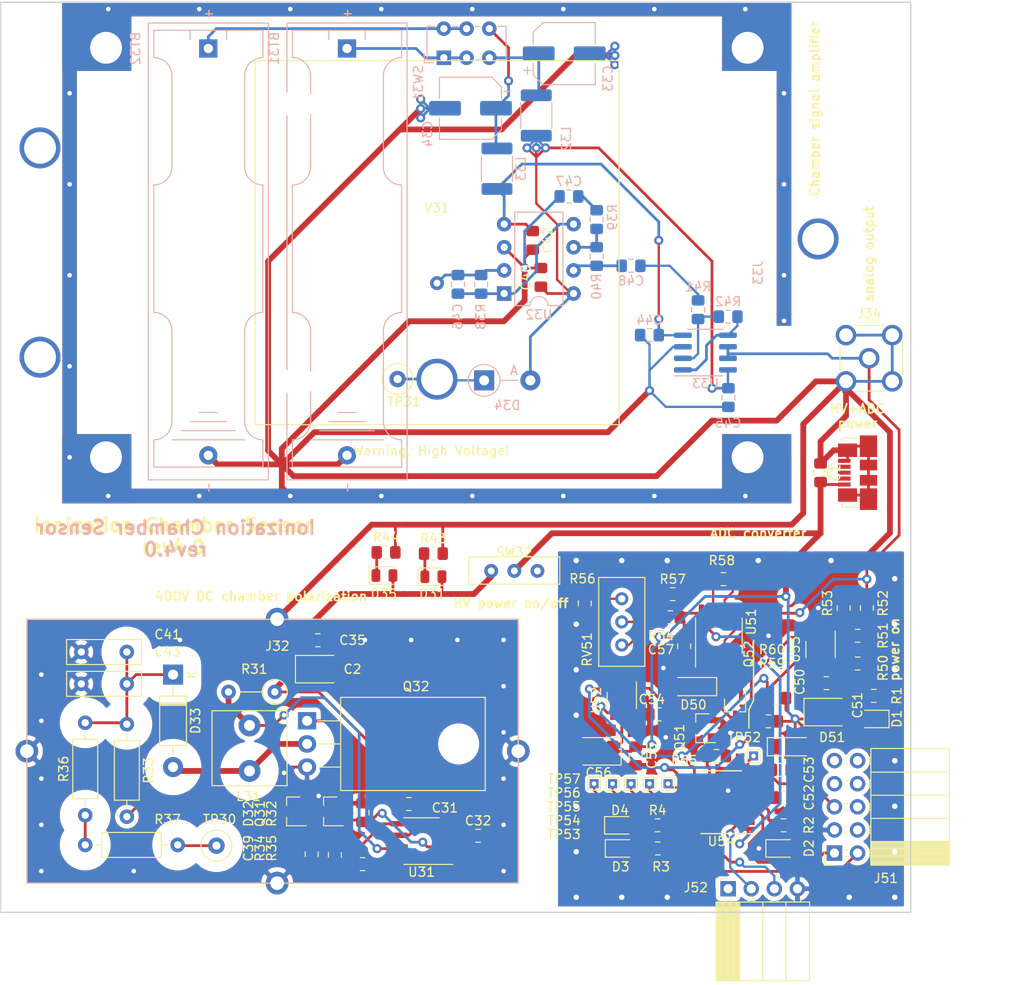
<source format=kicad_pcb>
(kicad_pcb (version 20171130) (host pcbnew "(5.1.2)-1")
  (layers (0 F.Cu signal) (31 B.Cu signal) (34 B.Paste user) (35 F.Paste user) (36 B.SilkS user hide) (37 F.SilkS user) (38 B.Mask user) (39 F.Mask user) (44 Edge.Cuts user))
  (net 0 "")
  (net 1 GND)
  (net 2 "Net-(C2-Pad1)")
  (net 3 +BATT)
  (net 4 -BATT)
  (net 5 "Net-(BT31-Pad1)")
  (net 6 "Net-(BT32-Pad1)")
  (net 7 "Net-(C32-Pad1)")
  (net 8 "Net-(C33-Pad1)")
  (net 9 "Net-(C34-Pad1)")
  (net 10 "Net-(C39-Pad1)")
  (net 11 "Net-(C41-Pad1)")
  (net 12 "Net-(C46-Pad2)")
  (net 13 "Net-(C46-Pad1)")
  (net 14 "Net-(C47-Pad1)")
  (net 15 "Net-(C48-Pad1)")
  (net 16 "Net-(C54-Pad2)")
  (net 17 "Net-(D31-Pad1)")
  (net 18 "Net-(D32-Pad1)")
  (net 19 "Net-(D32-Pad2)")
  (net 20 "Net-(D33-Pad2)")
  (net 21 "Net-(D34-Pad1)")
  (net 22 "Net-(L31-Pad1)")
  (net 23 "Net-(R34-Pad2)")
  (net 24 "Net-(R36-Pad1)")
  (net 25 "Net-(R39-Pad1)")
  (net 26 "Net-(R41-Pad1)")
  (net 27 "Net-(R42-Pad1)")
  (net 28 "Net-(R50-Pad1)")
  (net 29 "Net-(R51-Pad2)")
  (net 30 "Net-(R51-Pad1)")
  (net 31 "Net-(R54-Pad2)")
  (net 32 "Net-(R56-Pad1)")
  (net 33 "Net-(C48-Pad2)")
  (net 34 "Net-(Q51-Pad1)")
  (net 35 "Net-(D50-Pad2)")
  (net 36 "Net-(D50-Pad1)")
  (net 37 "Net-(R57-Pad2)")
  (net 38 "Net-(R57-Pad1)")
  (net 39 analog_output)
  (net 40 "Net-(D1-Pad1)")
  (net 41 /DataAcquisition/SDA)
  (net 42 /DataAcquisition/SCL)
  (net 43 "Net-(R37-Pad1)")
  (net 44 /DataAcquisition/SWIM)
  (net 45 /DataAcquisition/RST)
  (net 46 /DataAcquisition/VCC_PROG)
  (net 47 VCC_5V)
  (net 48 "Net-(C52-Pad2)")
  (net 49 /DataAcquisition/RX)
  (net 50 /DataAcquisition/TX)
  (net 51 /DataAcquisition/RST_PEAK)
  (net 52 /DataAcquisition/INT0)
  (net 53 "Net-(TP52-Pad1)")
  (net 54 "Net-(TP53-Pad1)")
  (net 55 "Net-(TP54-Pad1)")
  (net 56 "Net-(TP55-Pad1)")
  (net 57 "Net-(TP56-Pad1)")
  (net 58 "Net-(TP57-Pad1)")
  (net 59 "Net-(D2-Pad2)")
  (net 60 "Net-(D3-Pad2)")
  (net 61 "Net-(D4-Pad2)")
  (net 62 "Net-(R2-Pad2)")
  (net 63 "Net-(R3-Pad2)")
  (net 64 "Net-(R4-Pad2)")
  (net 65 "Net-(D35-Pad1)")
  (module IonizationChamber:SwitchButtonGeneric (layer F.Cu) (at 163.195 101.6)
    (fp_text reference SW32 (at 0 0.5) (layer F.SilkS))
    (fp_text value SW_DPDT_x2)
    (pad 3 thru_hole circle (at 2.54 2.54) (size 1.524 1.524) (drill 0.762) (layers *.Cu *.Mask))
    (pad 2 thru_hole circle (at 0 2.54) (size 1.524 1.524) (drill 0.762) (layers *.Cu *.Mask) (net 47 VCC_5V))
    (pad 1 thru_hole circle (at -2.54 2.54) (size 1.524 1.524) (drill 0.762) (layers *.Cu *.Mask) (net 2 "Net-(C2-Pad1)"))
  )
  (module TestPoint:TestPoint_Loop_D2.60mm_Drill0.9mm_Beaded (layer F.Cu) (at 150.368 83.058)
    (fp_text reference TP31 (at 0.7 2.5) (layer F.SilkS))
    (fp_text value TestPoint)
    (pad 1 thru_hole circle (at 0 0) (size 1.8 1.8) (drill 0.9) (layers *.Cu *.Mask) (net 21 "Net-(D34-Pad1)"))
  )
  (module Resistor_SMD:R_0805_2012Metric_Pad1.15x1.40mm_HandSolder (layer F.Cu) (at 149.098 102.108)
    (fp_text reference R44 (at 0 -1.65) (layer F.SilkS))
    (fp_text value 520R)
    (pad 2 smd roundrect (at 1.025 0) (size 1.15 1.4) (layers F.Cu F.Paste F.Mask) (roundrect_rratio 0.217391) (net 1 GND))
    (pad 1 smd roundrect (at -1.025 0) (size 1.15 1.4) (layers F.Cu F.Paste F.Mask) (roundrect_rratio 0.217391) (net 65 "Net-(D35-Pad1)"))
  )
  (module LED_SMD:LED_0805_2012Metric (layer F.Cu) (at 148.9225 104.648)
    (fp_text reference D35 (at -0.0785 2.032) (layer F.SilkS))
    (fp_text value red)
    (pad 2 smd roundrect (at 0.9375 0) (size 0.975 1.4) (layers F.Cu F.Paste F.Mask) (net 2 "Net-(C2-Pad1)"))
    (pad 1 smd roundrect (at -0.9375 0) (size 0.975 1.4) (layers F.Cu F.Paste F.Mask) (net 65 "Net-(D35-Pad1)"))
  )
  (module IonizationChamber:IonizationChamberShield (layer B.Cu) (at 193.58 41.656 180)
    (fp_text reference J33 (at 3.588 -29.718 90) (layer B.SilkS) (effects (justify mirror)))
    (fp_text value RF_Shield_Two_Pieces)
    (fp_poly (pts (xy 80 -55) (xy 72.5 -55) (xy 72.5 -47.5) (xy 80 -47.5)) (layer F.Cu) (width 0.1))
    (fp_poly (pts (xy 80 -7.5) (xy 72.5 -7.5) (xy 72.5 0) (xy 80 0)) (layer F.Cu) (width 0.1))
    (fp_poly (pts (xy 0 -55) (xy 0 -47.5) (xy 7.5 -47.5) (xy 7.5 -55)) (layer F.Cu) (width 0.1))
    (fp_poly (pts (xy 0 -1.5) (xy 1.5 -1.5) (xy 1.5 -35.5) (xy 0 -35.5)) (layer F.Cu) (width 0.1))
    (fp_poly (pts (xy 0 -53.5) (xy 1.5 -53.5) (xy 1.5 -50) (xy 0 -50)) (layer F.Cu) (width 0.1))
    (fp_poly (pts (xy 80 0) (xy 78.5 0) (xy 78.5 -53.5) (xy 80 -53.5)) (layer F.Cu) (width 0.1))
    (fp_poly (pts (xy 0 -55) (xy 80 -55) (xy 80 -53.5) (xy 0 -53.5)) (layer F.Cu) (width 0.1))
    (fp_poly (pts (xy 0 -1.5) (xy 80 -1.5) (xy 80 0) (xy 0 0)) (layer F.Cu) (width 0.1))
    (fp_poly (pts (xy 7.5 0) (xy 7.5 -7.5) (xy 0 -7.5) (xy 0 0)) (layer F.Cu) (width 0.1))
    (fp_poly (pts (xy 0 -55) (xy 0 -47.5) (xy 7.5 -47.5) (xy 7.5 -55)) (layer B.Cu) (width 0.1))
    (fp_poly (pts (xy 80 -55) (xy 72.5 -55) (xy 72.5 -47.5) (xy 80 -47.5)) (layer B.Cu) (width 0.1))
    (fp_poly (pts (xy 80 -7.5) (xy 72.5 -7.5) (xy 72.5 0) (xy 80 0)) (layer B.Cu) (width 0.1))
    (fp_poly (pts (xy 7.5 0) (xy 7.5 -7.5) (xy 0 -7.5) (xy 0 0)) (layer B.Cu) (width 0.1))
    (fp_poly (pts (xy 0 -1.5) (xy 1.5 -1.5) (xy 1.5 -35.5) (xy 0 -35.5)) (layer B.Cu) (width 0.1))
    (fp_poly (pts (xy 0 -53.5) (xy 1.5 -53.5) (xy 1.5 -50) (xy 0 -50)) (layer B.Cu) (width 0.1))
    (fp_poly (pts (xy 80 0) (xy 78.5 0) (xy 78.5 -53.5) (xy 80 -53.5)) (layer B.Cu) (width 0.1))
    (fp_poly (pts (xy 0 -55) (xy 80 -55) (xy 80 -53.5) (xy 0 -53.5)) (layer B.Cu) (width 0.1))
    (fp_poly (pts (xy 0 -1.5) (xy 80 -1.5) (xy 80 0) (xy 0 0)) (layer B.Cu) (width 0.1))
    (pad "" np_thru_hole circle (at 75 -54.25 180) (size 1 1) (drill 0.5) (layers *.Cu *.Mask))
    (pad "" np_thru_hole circle (at 5 -0.75 180) (size 1 1) (drill 0.5) (layers *.Cu *.Mask))
    (pad "" np_thru_hole circle (at 0.75 -35 180) (size 1 1) (drill 0.5) (layers *.Cu *.Mask))
    (pad "" np_thru_hole circle (at 0.75 -30 180) (size 1 1) (drill 0.5) (layers *.Cu *.Mask))
    (pad "" np_thru_hole circle (at 0.75 -20 180) (size 1 1) (drill 0.5) (layers *.Cu *.Mask))
    (pad "" np_thru_hole circle (at 0.75 -10 180) (size 1 1) (drill 0.5) (layers *.Cu *.Mask))
    (pad "" np_thru_hole circle (at 5 -54.25 180) (size 1 1) (drill 0.5) (layers *.Cu *.Mask))
    (pad "" np_thru_hole circle (at 15 -54.25 180) (size 1 1) (drill 0.5) (layers *.Cu *.Mask))
    (pad "" np_thru_hole circle (at 25 -54.25 180) (size 1 1) (drill 0.5) (layers *.Cu *.Mask))
    (pad "" np_thru_hole circle (at 35 -54.25 180) (size 1 1) (drill 0.5) (layers *.Cu *.Mask))
    (pad "" np_thru_hole circle (at 45 -54.25 180) (size 1 1) (drill 0.5) (layers *.Cu *.Mask))
    (pad 1 thru_hole circle (at 55 -54.25 180) (size 1 1) (drill 0.5) (layers *.Cu *.Mask) (net 1 GND))
    (pad "" np_thru_hole circle (at 65 -54.25 180) (size 1 1) (drill 0.5) (layers *.Cu *.Mask))
    (pad "" np_thru_hole circle (at 79.25 -50 180) (size 1 1) (drill 0.5) (layers *.Cu *.Mask))
    (pad "" np_thru_hole circle (at 79.25 -40 180) (size 1 1) (drill 0.5) (layers *.Cu *.Mask))
    (pad "" np_thru_hole circle (at 79.25 -20 180) (size 1 1) (drill 0.5) (layers *.Cu *.Mask))
    (pad "" np_thru_hole circle (at 79.25 -30 180) (size 1 1) (drill 0.5) (layers *.Cu *.Mask))
    (pad "" np_thru_hole circle (at 79.25 -10 180) (size 1 1) (drill 0.5) (layers *.Cu *.Mask))
    (pad "" np_thru_hole circle (at 75 -0.75 180) (size 1 1) (drill 0.5) (layers *.Cu *.Mask))
    (pad "" np_thru_hole circle (at 65 -0.75 180) (size 1 1) (drill 0.5) (layers *.Cu *.Mask))
    (pad "" np_thru_hole circle (at 55 -0.75 180) (size 1 1) (drill 0.5) (layers *.Cu *.Mask))
    (pad "" np_thru_hole circle (at 45 -0.75 180) (size 1 1) (drill 0.5) (layers *.Cu *.Mask))
    (pad "" np_thru_hole circle (at 35 -0.75 180) (size 1 1) (drill 0.5) (layers *.Cu *.Mask))
    (pad "" np_thru_hole circle (at 25 -0.75 180) (size 1 1) (drill 0.5) (layers *.Cu *.Mask))
    (pad "" np_thru_hole circle (at 15 -0.75 180) (size 1 1) (drill 0.5) (layers *.Cu *.Mask))
    (pad "" np_thru_hole circle (at 82.5 -16 180) (size 4.5 4.5) (drill 3.5) (layers *.Cu *.Mask))
    (pad "" np_thru_hole circle (at 82.5 -39 180) (size 4.5 4.5) (drill 3.5) (layers *.Cu *.Mask))
    (pad "" np_thru_hole circle (at 75.25 -50 180) (size 4.5 4.5) (drill 3.5) (layers *.Cu *.Mask))
    (pad "" np_thru_hole circle (at 4.75 -50 180) (size 4.5 4.5) (drill 3.5) (layers *.Cu *.Mask))
    (pad "" np_thru_hole circle (at 75.25 -5 180) (size 4.5 4.5) (drill 3.5) (layers *.Cu *.Mask))
    (pad "" np_thru_hole circle (at 4.75 -5 180) (size 4.5 4.5) (drill 3.5) (layers *.Cu *.Mask))
    (pad "" np_thru_hole circle (at -3 -26 180) (size 4.5 4.5) (drill 3.5) (layers *.Cu *.Mask))
  )
  (module Capacitor_SMD:C_0805_2012Metric_Pad1.15x1.40mm_HandSolder (layer F.Cu) (at 179.061 119.904)
    (fp_text reference C54 (at -0.753 -1.65) (layer F.SilkS))
    (fp_text value 100n)
    (pad 2 smd roundrect (at 1.025 0) (size 1.15 1.4) (layers F.Cu F.Paste F.Mask) (roundrect_rratio 0.217391) (net 16 "Net-(C54-Pad2)"))
    (pad 1 smd roundrect (at -1.025 0) (size 1.15 1.4) (layers F.Cu F.Paste F.Mask) (roundrect_rratio 0.217391) (net 1 GND))
  )
  (module LED_SMD:LED_0805_2012Metric (layer F.Cu) (at 202.692 120.412 180)
    (fp_text reference D1 (at -2.54 0.016 90) (layer F.SilkS))
    (fp_text value red)
    (pad 2 smd roundrect (at 0.9375 0 180) (size 0.975 1.4) (layers F.Cu F.Paste F.Mask) (net 47 VCC_5V))
    (pad 1 smd roundrect (at -0.9375 0 180) (size 0.975 1.4) (layers F.Cu F.Paste F.Mask) (net 40 "Net-(D1-Pad1)"))
  )
  (module Capacitor_SMD:C_0805_2012Metric_Pad1.15x1.40mm_HandSolder (layer F.Cu) (at 196.85 93.354 270)
    (fp_text reference C1 (at 0 -1.65 270) (layer F.SilkS))
    (fp_text value 100n)
    (pad 2 smd roundrect (at 1.025 0 270) (size 1.15 1.4) (layers F.Cu F.Paste F.Mask) (roundrect_rratio 0.217391) (net 47 VCC_5V))
    (pad 1 smd roundrect (at -1.025 0 270) (size 1.15 1.4) (layers F.Cu F.Paste F.Mask) (roundrect_rratio 0.217391) (net 1 GND))
  )
  (module Connector_USB:USB_Micro-B_Molex_47346-0001 (layer F.Cu) (at 200.914 93.345 90)
    (fp_text reference J1 (at 0 -3.3 90) (layer F.SilkS))
    (fp_text value USB_B_Micro)
    (pad 6 smd rect (at 0.84 1.2 90) (size 1.175 1.9) (layers F.Cu F.Paste F.Mask) (net 1 GND))
    (pad 6 smd rect (at -0.84 1.2 90) (size 1.175 1.9) (layers F.Cu F.Paste F.Mask) (net 1 GND))
    (pad 6 smd rect (at 2.91 1.2 90) (size 2.375 1.9) (layers F.Cu F.Paste F.Mask) (net 1 GND))
    (pad 6 smd rect (at -2.91 1.2 90) (size 2.375 1.9) (layers F.Cu F.Paste F.Mask) (net 1 GND))
    (pad 6 smd rect (at 2.4625 -1.1 90) (size 1.475 2.1) (layers F.Cu F.Paste F.Mask) (net 1 GND))
    (pad 6 smd rect (at -2.4625 -1.1 90) (size 1.475 2.1) (layers F.Cu F.Paste F.Mask) (net 1 GND))
    (pad 5 smd rect (at 1.3 -1.46 90) (size 0.45 1.38) (layers F.Cu F.Paste F.Mask) (net 1 GND))
    (pad 4 smd rect (at 0.65 -1.46 90) (size 0.45 1.38) (layers F.Cu F.Paste F.Mask))
    (pad 3 smd rect (at 0 -1.46 90) (size 0.45 1.38) (layers F.Cu F.Paste F.Mask))
    (pad 2 smd rect (at -0.65 -1.46 90) (size 0.45 1.38) (layers F.Cu F.Paste F.Mask))
    (pad 1 smd rect (at -1.3 -1.46 90) (size 0.45 1.38) (layers F.Cu F.Paste F.Mask) (net 47 VCC_5V))
  )
  (module Resistor_SMD:R_0805_2012Metric_Pad1.15x1.40mm_HandSolder (layer F.Cu) (at 178.943 132.096)
    (fp_text reference R4 (at 0 -1.65) (layer F.SilkS))
    (fp_text value 510R)
    (pad 2 smd roundrect (at 1.025 0) (size 1.15 1.4) (layers F.Cu F.Paste F.Mask) (roundrect_rratio 0.217391) (net 64 "Net-(R4-Pad2)"))
    (pad 1 smd roundrect (at -1.025 0) (size 1.15 1.4) (layers F.Cu F.Paste F.Mask) (roundrect_rratio 0.217391) (net 61 "Net-(D4-Pad2)"))
  )
  (module Resistor_SMD:R_0805_2012Metric_Pad1.15x1.40mm_HandSolder (layer F.Cu) (at 178.952 134.636)
    (fp_text reference R3 (at 0.372 2.016) (layer F.SilkS))
    (fp_text value 510R)
    (pad 2 smd roundrect (at 1.025 0) (size 1.15 1.4) (layers F.Cu F.Paste F.Mask) (roundrect_rratio 0.217391) (net 63 "Net-(R3-Pad2)"))
    (pad 1 smd roundrect (at -1.025 0) (size 1.15 1.4) (layers F.Cu F.Paste F.Mask) (roundrect_rratio 0.217391) (net 60 "Net-(D3-Pad2)"))
  )
  (module Resistor_SMD:R_0805_2012Metric_Pad1.15x1.40mm_HandSolder (layer F.Cu) (at 192.786 132.096 180)
    (fp_text reference R2 (at -2.794 0.016 90) (layer F.SilkS))
    (fp_text value 510R)
    (pad 2 smd roundrect (at 1.025 0 180) (size 1.15 1.4) (layers F.Cu F.Paste F.Mask) (roundrect_rratio 0.217391) (net 62 "Net-(R2-Pad2)"))
    (pad 1 smd roundrect (at -1.025 0 180) (size 1.15 1.4) (layers F.Cu F.Paste F.Mask) (roundrect_rratio 0.217391) (net 59 "Net-(D2-Pad2)"))
  )
  (module LED_SMD:LED_0805_2012Metric (layer F.Cu) (at 174.8005 132.096)
    (fp_text reference D4 (at 0 -1.65) (layer F.SilkS))
    (fp_text value LED)
    (pad 2 smd roundrect (at 0.9375 0) (size 0.975 1.4) (layers F.Cu F.Paste F.Mask) (net 61 "Net-(D4-Pad2)"))
    (pad 1 smd roundrect (at -0.9375 0) (size 0.975 1.4) (layers F.Cu F.Paste F.Mask) (net 1 GND))
  )
  (module LED_SMD:LED_0805_2012Metric (layer F.Cu) (at 174.879 134.636)
    (fp_text reference D3 (at 0 2.016) (layer F.SilkS))
    (fp_text value LED)
    (pad 2 smd roundrect (at 0.9375 0) (size 0.975 1.4) (layers F.Cu F.Paste F.Mask) (net 60 "Net-(D3-Pad2)"))
    (pad 1 smd roundrect (at -0.9375 0) (size 0.975 1.4) (layers F.Cu F.Paste F.Mask) (net 1 GND))
  )
  (module LED_SMD:LED_0805_2012Metric (layer F.Cu) (at 192.532 134.636)
    (fp_text reference D2 (at 3.048 -0.016 90) (layer F.SilkS))
    (fp_text value LED)
    (pad 2 smd roundrect (at 0.9375 0) (size 0.975 1.4) (layers F.Cu F.Paste F.Mask) (net 59 "Net-(D2-Pad2)"))
    (pad 1 smd roundrect (at -0.9375 0) (size 0.975 1.4) (layers F.Cu F.Paste F.Mask) (net 1 GND))
  )
  (module TestPoint:TestPoint_THTPad_1.0x1.0mm_Drill0.5mm (layer F.Cu) (at 171.958 127.524 180)
    (fp_text reference TP57 (at 3.302 0.524 180) (layer F.SilkS))
    (fp_text value TestPoint)
    (pad 1 thru_hole rect (at 0 0 180) (size 1 1) (drill 0.5) (layers *.Cu *.Mask) (net 58 "Net-(TP57-Pad1)"))
  )
  (module TestPoint:TestPoint_THTPad_1.0x1.0mm_Drill0.5mm (layer F.Cu) (at 173.99 127.524 180)
    (fp_text reference TP56 (at 5.334 -1) (layer F.SilkS))
    (fp_text value TestPoint)
    (pad 1 thru_hole rect (at 0 0 180) (size 1 1) (drill 0.5) (layers *.Cu *.Mask) (net 57 "Net-(TP56-Pad1)"))
  )
  (module TestPoint:TestPoint_THTPad_1.0x1.0mm_Drill0.5mm (layer F.Cu) (at 176.022 127.524 180)
    (fp_text reference TP55 (at 7.366 -2.524) (layer F.SilkS))
    (fp_text value TestPoint)
    (pad 1 thru_hole rect (at 0 0 180) (size 1 1) (drill 0.5) (layers *.Cu *.Mask) (net 56 "Net-(TP55-Pad1)"))
  )
  (module TestPoint:TestPoint_THTPad_1.0x1.0mm_Drill0.5mm (layer F.Cu) (at 178.054 127.524 180)
    (fp_text reference TP54 (at 9.398 -4.048) (layer F.SilkS))
    (fp_text value TestPoint)
    (pad 1 thru_hole rect (at 0 0 180) (size 1 1) (drill 0.5) (layers *.Cu *.Mask) (net 55 "Net-(TP54-Pad1)"))
  )
  (module TestPoint:TestPoint_THTPad_1.0x1.0mm_Drill0.5mm (layer F.Cu) (at 180.086 127.524 180)
    (fp_text reference TP53 (at 11.43 -5.572) (layer F.SilkS))
    (fp_text value TestPoint)
    (pad 1 thru_hole rect (at 0 0 180) (size 1 1) (drill 0.5) (layers *.Cu *.Mask) (net 54 "Net-(TP53-Pad1)"))
  )
  (module TestPoint:TestPoint_THTPad_1.0x1.0mm_Drill0.5mm (layer F.Cu) (at 189.484 124.476 180)
    (fp_text reference TP52 (at 1.016 2.048) (layer F.SilkS))
    (fp_text value TestPoint)
    (pad 1 thru_hole rect (at 0 0 180) (size 1 1) (drill 0.5) (layers *.Cu *.Mask) (net 53 "Net-(TP52-Pad1)"))
  )
  (module Resistor_SMD:R_0805_2012Metric_Pad1.15x1.40mm_HandSolder (layer F.Cu) (at 192.015 118.126)
    (fp_text reference R60 (at -0.499 -5.35) (layer F.SilkS))
    (fp_text value 2k2)
    (pad 2 smd roundrect (at 1.025 0) (size 1.15 1.4) (layers F.Cu F.Paste F.Mask) (roundrect_rratio 0.217391) (net 47 VCC_5V))
    (pad 1 smd roundrect (at -1.025 0) (size 1.15 1.4) (layers F.Cu F.Paste F.Mask) (roundrect_rratio 0.217391) (net 41 /DataAcquisition/SDA))
  )
  (module Resistor_SMD:R_0805_2012Metric_Pad1.15x1.40mm_HandSolder (layer F.Cu) (at 191.126 120.666)
    (fp_text reference R59 (at 0.39 -6.366) (layer F.SilkS))
    (fp_text value 2k2)
    (pad 2 smd roundrect (at 1.025 0) (size 1.15 1.4) (layers F.Cu F.Paste F.Mask) (roundrect_rratio 0.217391) (net 47 VCC_5V))
    (pad 1 smd roundrect (at -1.025 0) (size 1.15 1.4) (layers F.Cu F.Paste F.Mask) (roundrect_rratio 0.217391) (net 42 /DataAcquisition/SCL))
  )
  (module Capacitor_SMD:C_0805_2012Metric_Pad1.15x1.40mm_HandSolder (layer F.Cu) (at 192.795 129.048 180)
    (fp_text reference C52 (at -2.785 0.016 90) (layer F.SilkS))
    (fp_text value 100n)
    (pad 2 smd roundrect (at 1.025 0 180) (size 1.15 1.4) (layers F.Cu F.Paste F.Mask) (roundrect_rratio 0.217391) (net 48 "Net-(C52-Pad2)"))
    (pad 1 smd roundrect (at -1.025 0 180) (size 1.15 1.4) (layers F.Cu F.Paste F.Mask) (roundrect_rratio 0.217391) (net 1 GND))
  )
  (module Connector_PinSocket_2.54mm:PinSocket_1x04_P2.54mm_Horizontal (layer F.Cu) (at 186.69 139.065 90)
    (fp_text reference J52 (at 0.127 -3.556 180) (layer F.SilkS))
    (fp_text value Conn_01x04)
    (pad 4 thru_hole oval (at 0 7.62 90) (size 1.7 1.7) (drill 1) (layers *.Cu *.Mask) (net 1 GND))
    (pad 3 thru_hole oval (at 0 5.08 90) (size 1.7 1.7) (drill 1) (layers *.Cu *.Mask) (net 49 /DataAcquisition/RX))
    (pad 2 thru_hole oval (at 0 2.54 90) (size 1.7 1.7) (drill 1) (layers *.Cu *.Mask) (net 50 /DataAcquisition/TX))
    (pad 1 thru_hole rect (at 0 0 90) (size 1.7 1.7) (drill 1) (layers *.Cu *.Mask))
  )
  (module Connector_PinSocket_2.54mm:PinSocket_2x05_P2.54mm_Horizontal (layer F.Cu) (at 198.374 135.144 180)
    (fp_text reference J51 (at -5.65 -2.77) (layer F.SilkS))
    (fp_text value Conn_02x05_Counter_Clockwise)
    (pad 10 thru_hole oval (at -2.54 10.16 180) (size 1.7 1.7) (drill 1) (layers *.Cu *.Mask))
    (pad 9 thru_hole oval (at 0 10.16 180) (size 1.7 1.7) (drill 1) (layers *.Cu *.Mask))
    (pad 8 thru_hole oval (at -2.54 7.62 180) (size 1.7 1.7) (drill 1) (layers *.Cu *.Mask))
    (pad 7 thru_hole oval (at 0 7.62 180) (size 1.7 1.7) (drill 1) (layers *.Cu *.Mask))
    (pad 6 thru_hole oval (at -2.54 5.08 180) (size 1.7 1.7) (drill 1) (layers *.Cu *.Mask))
    (pad 5 thru_hole oval (at 0 5.08 180) (size 1.7 1.7) (drill 1) (layers *.Cu *.Mask) (net 46 /DataAcquisition/VCC_PROG))
    (pad 4 thru_hole oval (at -2.54 2.54 180) (size 1.7 1.7) (drill 1) (layers *.Cu *.Mask))
    (pad 3 thru_hole oval (at 0 2.54 180) (size 1.7 1.7) (drill 1) (layers *.Cu *.Mask) (net 1 GND))
    (pad 2 thru_hole oval (at -2.54 0 180) (size 1.7 1.7) (drill 1) (layers *.Cu *.Mask) (net 44 /DataAcquisition/SWIM))
    (pad 1 thru_hole rect (at 0 0 180) (size 1.7 1.7) (drill 1) (layers *.Cu *.Mask) (net 45 /DataAcquisition/RST))
  )
  (module Diode_SMD:D_MiniMELF (layer F.Cu) (at 193.548 123.46)
    (fp_text reference D51 (at 4.572 -1.032) (layer F.SilkS))
    (fp_text value 1n148)
    (pad 2 smd rect (at 1.75 0) (size 1.3 1.7) (layers F.Cu F.Paste F.Mask) (net 47 VCC_5V))
    (pad 1 smd rect (at -1.75 0) (size 1.3 1.7) (layers F.Cu F.Paste F.Mask) (net 46 /DataAcquisition/VCC_PROG))
  )
  (module Package_SO:TSSOP-20_4.4x6.5mm_P0.65mm (layer F.Cu) (at 185.928 129.556 180)
    (fp_text reference U54 (at 0 -4.3) (layer F.SilkS))
    (fp_text value STM8S003F3P)
    (pad 20 smd rect (at 2.95 -2.925 180) (size 1.45 0.45) (layers F.Cu F.Paste F.Mask) (net 63 "Net-(R3-Pad2)"))
    (pad 19 smd rect (at 2.95 -2.275 180) (size 1.45 0.45) (layers F.Cu F.Paste F.Mask) (net 64 "Net-(R4-Pad2)"))
    (pad 18 smd rect (at 2.95 -1.625 180) (size 1.45 0.45) (layers F.Cu F.Paste F.Mask) (net 44 /DataAcquisition/SWIM))
    (pad 17 smd rect (at 2.95 -0.975 180) (size 1.45 0.45) (layers F.Cu F.Paste F.Mask) (net 58 "Net-(TP57-Pad1)"))
    (pad 16 smd rect (at 2.95 -0.325 180) (size 1.45 0.45) (layers F.Cu F.Paste F.Mask) (net 57 "Net-(TP56-Pad1)"))
    (pad 15 smd rect (at 2.95 0.325 180) (size 1.45 0.45) (layers F.Cu F.Paste F.Mask) (net 56 "Net-(TP55-Pad1)"))
    (pad 14 smd rect (at 2.95 0.975 180) (size 1.45 0.45) (layers F.Cu F.Paste F.Mask) (net 55 "Net-(TP54-Pad1)"))
    (pad 13 smd rect (at 2.95 1.625 180) (size 1.45 0.45) (layers F.Cu F.Paste F.Mask) (net 54 "Net-(TP53-Pad1)"))
    (pad 12 smd rect (at 2.95 2.275 180) (size 1.45 0.45) (layers F.Cu F.Paste F.Mask) (net 42 /DataAcquisition/SCL))
    (pad 11 smd rect (at 2.95 2.925 180) (size 1.45 0.45) (layers F.Cu F.Paste F.Mask) (net 41 /DataAcquisition/SDA))
    (pad 10 smd rect (at -2.95 2.925 180) (size 1.45 0.45) (layers F.Cu F.Paste F.Mask) (net 53 "Net-(TP52-Pad1)"))
    (pad 9 smd rect (at -2.95 2.275 180) (size 1.45 0.45) (layers F.Cu F.Paste F.Mask) (net 46 /DataAcquisition/VCC_PROG))
    (pad 8 smd rect (at -2.95 1.625 180) (size 1.45 0.45) (layers F.Cu F.Paste F.Mask) (net 48 "Net-(C52-Pad2)"))
    (pad 7 smd rect (at -2.95 0.975 180) (size 1.45 0.45) (layers F.Cu F.Paste F.Mask) (net 1 GND))
    (pad 6 smd rect (at -2.95 0.325 180) (size 1.45 0.45) (layers F.Cu F.Paste F.Mask) (net 62 "Net-(R2-Pad2)"))
    (pad 5 smd rect (at -2.95 -0.325 180) (size 1.45 0.45) (layers F.Cu F.Paste F.Mask) (net 51 /DataAcquisition/RST_PEAK))
    (pad 4 smd rect (at -2.95 -0.975 180) (size 1.45 0.45) (layers F.Cu F.Paste F.Mask) (net 45 /DataAcquisition/RST))
    (pad 3 smd rect (at -2.95 -1.625 180) (size 1.45 0.45) (layers F.Cu F.Paste F.Mask) (net 49 /DataAcquisition/RX))
    (pad 2 smd rect (at -2.95 -2.275 180) (size 1.45 0.45) (layers F.Cu F.Paste F.Mask) (net 50 /DataAcquisition/TX))
    (pad 1 smd rect (at -2.95 -2.925 180) (size 1.45 0.45) (layers F.Cu F.Paste F.Mask) (net 52 /DataAcquisition/INT0))
  )
  (module Capacitor_SMD:C_0805_2012Metric_Pad1.15x1.40mm_HandSolder (layer B.Cu) (at 176.022 70.612)
    (fp_text reference C48 (at 0 1.65 180) (layer B.SilkS) (effects (justify mirror)))
    (fp_text value C)
    (pad 2 smd roundrect (at 1.025 0) (size 1.15 1.4) (layers B.Cu B.Paste B.Mask) (roundrect_rratio 0.217391) (net 33 "Net-(C48-Pad2)"))
    (pad 1 smd roundrect (at -1.025 0) (size 1.15 1.4) (layers B.Cu B.Paste B.Mask) (roundrect_rratio 0.217391) (net 15 "Net-(C48-Pad1)"))
  )
  (module IonizationChamber:IonizationChamberHVShield (layer F.Cu) (at 163.634 109.447 180)
    (fp_text reference J32 (at 26.474 -2.948) (layer F.SilkS))
    (fp_text value RF_Shield_Two_Pieces)
    (pad 1 thru_hole circle (at 54 -14.5 180) (size 2.5 2.5) (drill 1.5) (layers *.Cu *.Mask) (net 1 GND))
    (pad 1 thru_hole circle (at 0 -14.5 180) (size 2.5 2.5) (drill 1.5) (layers *.Cu *.Mask) (net 1 GND))
    (pad 1 thru_hole circle (at 26.5 -29 180) (size 2.5 2.5) (drill 1.5) (layers *.Cu *.Mask) (net 1 GND))
    (pad 1 thru_hole circle (at 26.5 0 180) (size 2.5 2.5) (drill 1.5) (layers *.Cu *.Mask) (net 1 GND))
  )
  (module Capacitor_SMD:C_0805_2012Metric_Pad1.15x1.40mm_HandSolder (layer B.Cu) (at 178.045 78.232 180)
    (fp_text reference C44 (at 0 1.65) (layer B.SilkS) (effects (justify mirror)))
    (fp_text value 100n)
    (pad 2 smd roundrect (at 1.025 0 180) (size 1.15 1.4) (layers B.Cu B.Paste B.Mask) (roundrect_rratio 0.217391) (net 1 GND))
    (pad 1 smd roundrect (at -1.025 0 180) (size 1.15 1.4) (layers B.Cu B.Paste B.Mask) (roundrect_rratio 0.217391) (net 4 -BATT))
  )
  (module Capacitor_SMD:C_0805_2012Metric_Pad1.15x1.40mm_HandSolder (layer F.Cu) (at 165.218 67.821 270)
    (fp_text reference C42 (at 0 -1.65 270) (layer F.SilkS))
    (fp_text value 100n)
    (pad 2 smd roundrect (at 1.025 0 270) (size 1.15 1.4) (layers F.Cu F.Paste F.Mask) (roundrect_rratio 0.217391) (net 1 GND))
    (pad 1 smd roundrect (at -1.025 0 270) (size 1.15 1.4) (layers F.Cu F.Paste F.Mask) (roundrect_rratio 0.217391) (net 4 -BATT))
  )
  (module Diode_THT:D_DO-41_SOD81_P5.08mm_Vertical_AnodeUp (layer B.Cu) (at 159.88 83.2)
    (fp_text reference D34 (at 2.54 2.750635) (layer B.SilkS) (effects (justify mirror)))
    (fp_text value 1N4007)
    (fp_text user A (at 3.28 -1.1) (layer B.SilkS) (effects (justify mirror)))
    (pad 2 thru_hole oval (at 5.08 0) (size 2.2 2.2) (drill 1.1) (layers *.Cu *.Mask) (net 3 +BATT))
    (pad 1 thru_hole rect (at 0 0) (size 2.2 2.2) (drill 1.1) (layers *.Cu *.Mask) (net 21 "Net-(D34-Pad1)"))
  )
  (module Diode_SMD:D_MiniMELF (layer F.Cu) (at 182.88 116.856 180)
    (fp_text reference D50 (at 0 -2) (layer F.SilkS))
    (fp_text value 1n148)
    (pad 2 smd rect (at 1.75 0 180) (size 1.3 1.7) (layers F.Cu F.Paste F.Mask) (net 35 "Net-(D50-Pad2)"))
    (pad 1 smd rect (at -1.75 0 180) (size 1.3 1.7) (layers F.Cu F.Paste F.Mask) (net 36 "Net-(D50-Pad1)"))
  )
  (module Resistor_SMD:R_0805_2012Metric_Pad1.15x1.40mm_HandSolder (layer F.Cu) (at 154.305 102.235)
    (fp_text reference R43 (at 0 -1.65) (layer F.SilkS))
    (fp_text value 520R)
    (pad 2 smd roundrect (at 1.025 0) (size 1.15 1.4) (layers F.Cu F.Paste F.Mask) (roundrect_rratio 0.217391) (net 1 GND))
    (pad 1 smd roundrect (at -1.025 0) (size 1.15 1.4) (layers F.Cu F.Paste F.Mask) (roundrect_rratio 0.217391) (net 17 "Net-(D31-Pad1)"))
  )
  (module Resistor_SMD:R_0805_2012Metric_Pad1.15x1.40mm_HandSolder (layer F.Cu) (at 202.692 117.872 180)
    (fp_text reference R1 (at -2.54 0.016 90) (layer F.SilkS))
    (fp_text value 520R)
    (pad 2 smd roundrect (at 1.025 0 180) (size 1.15 1.4) (layers F.Cu F.Paste F.Mask) (roundrect_rratio 0.217391) (net 1 GND))
    (pad 1 smd roundrect (at -1.025 0 180) (size 1.15 1.4) (layers F.Cu F.Paste F.Mask) (roundrect_rratio 0.217391) (net 40 "Net-(D1-Pad1)"))
  )
  (module LED_SMD:LED_0805_2012Metric (layer F.Cu) (at 154.305 104.775)
    (fp_text reference D31 (at -0.127 1.905) (layer F.SilkS))
    (fp_text value red)
    (pad 2 smd roundrect (at 0.9375 0) (size 0.975 1.4) (layers F.Cu F.Paste F.Mask) (net 2 "Net-(C2-Pad1)"))
    (pad 1 smd roundrect (at -0.9375 0) (size 0.975 1.4) (layers F.Cu F.Paste F.Mask) (net 17 "Net-(D31-Pad1)"))
  )
  (module Potentiometer_THT:Potentiometer_Bourns_3296W_Vertical (layer F.Cu) (at 175.006 112.284 270)
    (fp_text reference RV51 (at 0.492 3.81 270) (layer F.SilkS))
    (fp_text value R_POT_TRIM)
    (pad 3 thru_hole circle (at -5.08 0 270) (size 1.44 1.44) (drill 0.8) (layers *.Cu *.Mask) (net 32 "Net-(R56-Pad1)"))
    (pad 2 thru_hole circle (at -2.54 0 270) (size 1.44 1.44) (drill 0.8) (layers *.Cu *.Mask) (net 38 "Net-(R57-Pad1)"))
    (pad 1 thru_hole circle (at 0 0 270) (size 1.44 1.44) (drill 0.8) (layers *.Cu *.Mask) (net 31 "Net-(R54-Pad2)"))
  )
  (module Resistor_SMD:R_0805_2012Metric_Pad1.15x1.40mm_HandSolder (layer F.Cu) (at 186.182 105.045 180)
    (fp_text reference R58 (at 0.182 2.045) (layer F.SilkS))
    (fp_text value 1k)
    (pad 2 smd roundrect (at 1.025 0 180) (size 1.15 1.4) (layers F.Cu F.Paste F.Mask) (roundrect_rratio 0.217391) (net 52 /DataAcquisition/INT0))
    (pad 1 smd roundrect (at -1.025 0 180) (size 1.15 1.4) (layers F.Cu F.Paste F.Mask) (roundrect_rratio 0.217391) (net 37 "Net-(R57-Pad2)"))
  )
  (module Resistor_SMD:R_0805_2012Metric_Pad1.15x1.40mm_HandSolder (layer F.Cu) (at 180.603 106.696)
    (fp_text reference R57 (at 0 -1.65) (layer F.SilkS))
    (fp_text value 1k)
    (pad 2 smd roundrect (at 1.025 0) (size 1.15 1.4) (layers F.Cu F.Paste F.Mask) (roundrect_rratio 0.217391) (net 37 "Net-(R57-Pad2)"))
    (pad 1 smd roundrect (at -1.025 0) (size 1.15 1.4) (layers F.Cu F.Paste F.Mask) (roundrect_rratio 0.217391) (net 38 "Net-(R57-Pad1)"))
  )
  (module Resistor_SMD:R_0805_2012Metric_Pad1.15x1.40mm_HandSolder (layer F.Cu) (at 170.942 107.712 270)
    (fp_text reference R56 (at -2.712 0.254) (layer F.SilkS))
    (fp_text value 1k)
    (pad 2 smd roundrect (at 1.025 0 270) (size 1.15 1.4) (layers F.Cu F.Paste F.Mask) (roundrect_rratio 0.217391) (net 1 GND))
    (pad 1 smd roundrect (at -1.025 0 270) (size 1.15 1.4) (layers F.Cu F.Paste F.Mask) (roundrect_rratio 0.217391) (net 32 "Net-(R56-Pad1)"))
  )
  (module Resistor_SMD:R_0805_2012Metric_Pad1.15x1.40mm_HandSolder (layer F.Cu) (at 180.349 109.236 180)
    (fp_text reference R54 (at 1.025 -2.016) (layer F.SilkS))
    (fp_text value 1k)
    (pad 2 smd roundrect (at 1.025 0 180) (size 1.15 1.4) (layers F.Cu F.Paste F.Mask) (roundrect_rratio 0.217391) (net 31 "Net-(R54-Pad2)"))
    (pad 1 smd roundrect (at -1.025 0 180) (size 1.15 1.4) (layers F.Cu F.Paste F.Mask) (roundrect_rratio 0.217391) (net 47 VCC_5V))
  )
  (module Package_TO_SOT_SMD:SOT-323_SC-70_Handsoldering (layer F.Cu) (at 187.452 118.888 270)
    (fp_text reference Q52 (at -5.604 -1.524 270) (layer F.SilkS))
    (fp_text value Q_NPN_BEC)
    (pad 3 smd rect (at 1.33 0 180) (size 0.45 1.5) (layers F.Cu F.Paste F.Mask) (net 16 "Net-(C54-Pad2)"))
    (pad 2 smd rect (at -1.33 0.65 180) (size 0.45 1.5) (layers F.Cu F.Paste F.Mask))
    (pad 1 smd rect (at -1.33 -0.65 180) (size 0.45 1.5) (layers F.Cu F.Paste F.Mask) (net 36 "Net-(D50-Pad1)"))
  )
  (module Package_TO_SOT_SMD:SOT-23 (layer F.Cu) (at 183.896 121.428 180)
    (fp_text reference Q51 (at 2.54 -1 90) (layer F.SilkS))
    (fp_text value 2N7002)
    (pad 3 smd rect (at 1 0 180) (size 0.9 0.8) (layers F.Cu F.Paste F.Mask) (net 16 "Net-(C54-Pad2)"))
    (pad 2 smd rect (at -1 0.95 180) (size 0.9 0.8) (layers F.Cu F.Paste F.Mask) (net 1 GND))
    (pad 1 smd rect (at -1 -0.95 180) (size 0.9 0.8) (layers F.Cu F.Paste F.Mask) (net 34 "Net-(Q51-Pad1)"))
  )
  (module TestPoint:TestPoint_Loop_D2.60mm_Drill0.9mm_Beaded (layer F.Cu) (at 130.466 134.331)
    (fp_text reference TP30 (at 0.344 -2.886) (layer F.SilkS))
    (fp_text value TestPoint)
    (pad 1 thru_hole circle (at 0 0) (size 1.8 1.8) (drill 0.9) (layers *.Cu *.Mask) (net 43 "Net-(R37-Pad1)"))
  )
  (module Capacitor_Tantalum_SMD:CP_EIA-3528-21_Kemet-B (layer F.Cu) (at 172.466 123.968 180)
    (fp_text reference C56 (at 0 -2.35) (layer F.SilkS))
    (fp_text value 10u)
    (pad 2 smd roundrect (at 1.5375 0 180) (size 1.325 2.35) (layers F.Cu F.Paste F.Mask) (roundrect_rratio 0.188679) (net 1 GND))
    (pad 1 smd roundrect (at -1.5375 0 180) (size 1.325 2.35) (layers F.Cu F.Paste F.Mask) (roundrect_rratio 0.188679) (net 47 VCC_5V))
  )
  (module Capacitor_Tantalum_SMD:CP_EIA-3528-21_Kemet-B (layer F.Cu) (at 197.485 119.65)
    (fp_text reference C51 (at 3.429 -0.746 270) (layer F.SilkS))
    (fp_text value 10u)
    (pad 2 smd roundrect (at 1.5375 0) (size 1.325 2.35) (layers F.Cu F.Paste F.Mask) (roundrect_rratio 0.188679) (net 1 GND))
    (pad 1 smd roundrect (at -1.5375 0) (size 1.325 2.35) (layers F.Cu F.Paste F.Mask) (roundrect_rratio 0.188679) (net 47 VCC_5V))
  )
  (module Capacitor_SMD:C_0805_2012Metric_Pad1.15x1.40mm_HandSolder (layer F.Cu) (at 181.864 112.411 90)
    (fp_text reference C57 (at -0.365 -2.54 180) (layer F.SilkS))
    (fp_text value 100n)
    (pad 2 smd roundrect (at 1.025 0 90) (size 1.15 1.4) (layers F.Cu F.Paste F.Mask) (roundrect_rratio 0.217391) (net 47 VCC_5V))
    (pad 1 smd roundrect (at -1.025 0 90) (size 1.15 1.4) (layers F.Cu F.Paste F.Mask) (roundrect_rratio 0.217391) (net 1 GND))
  )
  (module Package_SO:SOIC-8_3.9x4.9mm_P1.27mm (layer B.Cu) (at 184.198 80.146)
    (fp_text reference U33 (at 0 3.4) (layer B.SilkS) (effects (justify mirror)))
    (fp_text value LM358)
    (pad 8 smd roundrect (at 2.475 1.905) (size 1.95 0.6) (layers B.Cu B.Paste B.Mask) (net 3 +BATT))
    (pad 7 smd roundrect (at 2.475 0.635) (size 1.95 0.6) (layers B.Cu B.Paste B.Mask) (net 39 analog_output))
    (pad 6 smd roundrect (at 2.475 -0.635) (size 1.95 0.6) (layers B.Cu B.Paste B.Mask) (net 39 analog_output))
    (pad 5 smd roundrect (at 2.475 -1.905) (size 1.95 0.6) (layers B.Cu B.Paste B.Mask) (net 27 "Net-(R42-Pad1)"))
    (pad 4 smd roundrect (at -2.475 -1.905) (size 1.95 0.6) (layers B.Cu B.Paste B.Mask) (net 4 -BATT))
    (pad 3 smd roundrect (at -2.475 -0.635) (size 1.95 0.6) (layers B.Cu B.Paste B.Mask) (net 1 GND))
    (pad 2 smd roundrect (at -2.475 0.635) (size 1.95 0.6) (layers B.Cu B.Paste B.Mask) (net 26 "Net-(R41-Pad1)"))
    (pad 1 smd roundrect (at -2.475 1.905) (size 1.95 0.6) (layers B.Cu B.Paste B.Mask) (net 27 "Net-(R42-Pad1)"))
  )
  (module Resistor_SMD:R_0805_2012Metric_Pad1.15x1.40mm_HandSolder (layer F.Cu) (at 185.42 124.476)
    (fp_text reference R55 (at -3.556 0.492) (layer F.SilkS))
    (fp_text value 1k)
    (pad 2 smd roundrect (at 1.025 0) (size 1.15 1.4) (layers F.Cu F.Paste F.Mask) (roundrect_rratio 0.217391) (net 34 "Net-(Q51-Pad1)"))
    (pad 1 smd roundrect (at -1.025 0) (size 1.15 1.4) (layers F.Cu F.Paste F.Mask) (roundrect_rratio 0.217391) (net 51 /DataAcquisition/RST_PEAK))
  )
  (module Package_TO_SOT_SMD:SOT-23-6_Handsoldering (layer F.Cu) (at 175.006 118.38 270)
    (fp_text reference U52 (at -0.016 2.794 270) (layer F.SilkS))
    (fp_text value MCP3425A0T-ECH)
    (pad 5 smd rect (at 1.35 0 270) (size 1.56 0.65) (layers F.Cu F.Paste F.Mask) (net 47 VCC_5V))
    (pad 6 smd rect (at 1.35 -0.95 270) (size 1.56 0.65) (layers F.Cu F.Paste F.Mask) (net 1 GND))
    (pad 4 smd rect (at 1.35 0.95 270) (size 1.56 0.65) (layers F.Cu F.Paste F.Mask) (net 41 /DataAcquisition/SDA))
    (pad 3 smd rect (at -1.35 0.95 270) (size 1.56 0.65) (layers F.Cu F.Paste F.Mask) (net 42 /DataAcquisition/SCL))
    (pad 2 smd rect (at -1.35 0 270) (size 1.56 0.65) (layers F.Cu F.Paste F.Mask) (net 1 GND))
    (pad 1 smd rect (at -1.35 -0.95 270) (size 1.56 0.65) (layers F.Cu F.Paste F.Mask) (net 16 "Net-(C54-Pad2)"))
  )
  (module Package_SO:SOIC-8_3.9x4.9mm_P1.27mm (layer F.Cu) (at 185.674 111.268 90)
    (fp_text reference U51 (at 1.54 3.556 270) (layer F.SilkS))
    (fp_text value Opamp_Dual_Generic)
    (pad 8 smd roundrect (at 2.475 -1.905 90) (size 1.95 0.6) (layers F.Cu F.Paste F.Mask) (net 47 VCC_5V))
    (pad 7 smd roundrect (at 2.475 -0.635 90) (size 1.95 0.6) (layers F.Cu F.Paste F.Mask) (net 52 /DataAcquisition/INT0))
    (pad 6 smd roundrect (at 2.475 0.635 90) (size 1.95 0.6) (layers F.Cu F.Paste F.Mask) (net 37 "Net-(R57-Pad2)"))
    (pad 5 smd roundrect (at 2.475 1.905 90) (size 1.95 0.6) (layers F.Cu F.Paste F.Mask) (net 39 analog_output))
    (pad 4 smd roundrect (at -2.475 1.905 90) (size 1.95 0.6) (layers F.Cu F.Paste F.Mask) (net 1 GND))
    (pad 3 smd roundrect (at -2.475 0.635 90) (size 1.95 0.6) (layers F.Cu F.Paste F.Mask) (net 39 analog_output))
    (pad 2 smd roundrect (at -2.475 -0.635 90) (size 1.95 0.6) (layers F.Cu F.Paste F.Mask) (net 36 "Net-(D50-Pad1)"))
    (pad 1 smd roundrect (at -2.475 -1.905 90) (size 1.95 0.6) (layers F.Cu F.Paste F.Mask) (net 35 "Net-(D50-Pad2)"))
  )
  (module Resistor_SMD:R_0805_2012Metric_Pad1.15x1.40mm_HandSolder (layer F.Cu) (at 199.39 108.22 270)
    (fp_text reference R53 (at -0.524 1.778 270) (layer F.SilkS))
    (fp_text value R)
    (pad 2 smd roundrect (at 1.025 0 270) (size 1.15 1.4) (layers F.Cu F.Paste F.Mask) (roundrect_rratio 0.217391) (net 29 "Net-(R51-Pad2)"))
    (pad 1 smd roundrect (at -1.025 0 270) (size 1.15 1.4) (layers F.Cu F.Paste F.Mask) (roundrect_rratio 0.217391) (net 1 GND))
  )
  (module Resistor_SMD:R_0805_2012Metric_Pad1.15x1.40mm_HandSolder (layer F.Cu) (at 201.93 108.22 90)
    (fp_text reference R52 (at 0.524 1.778 270) (layer F.SilkS))
    (fp_text value 22k)
    (pad 2 smd roundrect (at 1.025 0 90) (size 1.15 1.4) (layers F.Cu F.Paste F.Mask) (roundrect_rratio 0.217391) (net 39 analog_output))
    (pad 1 smd roundrect (at -1.025 0 90) (size 1.15 1.4) (layers F.Cu F.Paste F.Mask) (roundrect_rratio 0.217391) (net 29 "Net-(R51-Pad2)"))
  )
  (module Resistor_SMD:R_0805_2012Metric_Pad1.15x1.40mm_HandSolder (layer F.Cu) (at 200.923 111.268)
    (fp_text reference R51 (at 2.785 -0.016 90) (layer F.SilkS))
    (fp_text value 0R)
    (pad 2 smd roundrect (at 1.025 0) (size 1.15 1.4) (layers F.Cu F.Paste F.Mask) (roundrect_rratio 0.217391) (net 29 "Net-(R51-Pad2)"))
    (pad 1 smd roundrect (at -1.025 0) (size 1.15 1.4) (layers F.Cu F.Paste F.Mask) (roundrect_rratio 0.217391) (net 30 "Net-(R51-Pad1)"))
  )
  (module Resistor_SMD:R_0805_2012Metric_Pad1.15x1.40mm_HandSolder (layer F.Cu) (at 200.923 114.316)
    (fp_text reference R50 (at 2.785 0.492 90) (layer F.SilkS))
    (fp_text value 0R)
    (pad 2 smd roundrect (at 1.025 0) (size 1.15 1.4) (layers F.Cu F.Paste F.Mask) (roundrect_rratio 0.217391) (net 1 GND))
    (pad 1 smd roundrect (at -1.025 0) (size 1.15 1.4) (layers F.Cu F.Paste F.Mask) (roundrect_rratio 0.217391) (net 28 "Net-(R50-Pad1)"))
  )
  (module Capacitor_SMD:C_0805_2012Metric_Pad1.15x1.40mm_HandSolder (layer F.Cu) (at 176.53 124.476 90)
    (fp_text reference C55 (at 0.016 1.778 270) (layer F.SilkS))
    (fp_text value 100n)
    (pad 2 smd roundrect (at 1.025 0 90) (size 1.15 1.4) (layers F.Cu F.Paste F.Mask) (roundrect_rratio 0.217391) (net 47 VCC_5V))
    (pad 1 smd roundrect (at -1.025 0 90) (size 1.15 1.4) (layers F.Cu F.Paste F.Mask) (roundrect_rratio 0.217391) (net 1 GND))
  )
  (module Package_TO_SOT_THT:TO-220-3_Horizontal_TabDown (layer F.Cu) (at 140.422 120.615 270)
    (fp_text reference Q32 (at -3.775 -11.978) (layer F.SilkS))
    (fp_text value Q_NMOS_GDS)
    (pad 3 thru_hole oval (at 5.08 0 270) (size 1.905 2) (drill 1.1) (layers *.Cu *.Mask) (net 1 GND))
    (pad 2 thru_hole oval (at 2.54 0 270) (size 1.905 2) (drill 1.1) (layers *.Cu *.Mask) (net 20 "Net-(D33-Pad2)"))
    (pad 1 thru_hole rect (at 0 0 270) (size 1.905 2) (drill 1.1) (layers *.Cu *.Mask) (net 18 "Net-(D32-Pad1)"))
    (pad "" np_thru_hole oval (at 2.54 -16.66 270) (size 3.5 3.5) (drill 3.5) (layers *.Cu *.Mask))
  )
  (module Capacitor_Tantalum_SMD:CP_EIA-3528-21_Kemet-B (layer F.Cu) (at 141.605 114.935)
    (fp_text reference C2 (at 3.81 0) (layer F.SilkS))
    (fp_text value 100u/6V3)
    (pad 2 smd roundrect (at 1.5375 0) (size 1.325 2.35) (layers F.Cu F.Paste F.Mask) (roundrect_rratio 0.188679) (net 1 GND))
    (pad 1 smd roundrect (at -1.5375 0) (size 1.325 2.35) (layers F.Cu F.Paste F.Mask) (roundrect_rratio 0.188679) (net 2 "Net-(C2-Pad1)"))
  )
  (module Capacitor_SMD:C_0805_2012Metric_Pad1.15x1.40mm_HandSolder (layer F.Cu) (at 141.605 111.76)
    (fp_text reference C35 (at 3.81 0 180) (layer F.SilkS))
    (fp_text value 100n)
    (pad 2 smd roundrect (at 1.025 0) (size 1.15 1.4) (layers F.Cu F.Paste F.Mask) (roundrect_rratio 0.217391) (net 1 GND))
    (pad 1 smd roundrect (at -1.025 0) (size 1.15 1.4) (layers F.Cu F.Paste F.Mask) (roundrect_rratio 0.217391) (net 2 "Net-(C2-Pad1)"))
  )
  (module Button_Switch_THT:SW_E-Switch_EG1271_DPDT (layer B.Cu) (at 155.448 47.752)
    (fp_text reference SW31 (at -2.794 2.794 270) (layer B.SilkS) (effects (justify mirror)))
    (fp_text value SW_DPDT_x2)
    (pad 6 thru_hole circle (at 5 -3.2) (size 1.6 1.6) (drill 0.8) (layers *.Cu *.Mask) (net 9 "Net-(C34-Pad1)"))
    (pad 5 thru_hole circle (at 2.5 -3.2) (size 1.6 1.6) (drill 0.8) (layers *.Cu *.Mask) (net 6 "Net-(BT32-Pad1)"))
    (pad 4 thru_hole circle (at 0 -3.2) (size 1.6 1.6) (drill 0.8) (layers *.Cu *.Mask) (net 6 "Net-(BT32-Pad1)"))
    (pad 3 thru_hole circle (at 5 0) (size 1.6 1.6) (drill 0.8) (layers *.Cu *.Mask) (net 8 "Net-(C33-Pad1)"))
    (pad 2 thru_hole circle (at 2.5 0) (size 1.6 1.6) (drill 0.8) (layers *.Cu *.Mask) (net 5 "Net-(BT31-Pad1)"))
    (pad 1 thru_hole rect (at 0 0) (size 1.6 1.6) (drill 0.8) (layers *.Cu *.Mask) (net 5 "Net-(BT31-Pad1)"))
  )
  (module Connector_Coaxial:SMA_Molex_73251-2200_Horizontal (layer F.Cu) (at 202.184 80.772 270)
    (fp_text reference J34 (at -4.9 0) (layer F.SilkS))
    (fp_text value Conn_Coaxial)
    (pad 2 thru_hole circle (at -2.54 2.54 270) (size 2.25 2.25) (drill 1.5) (layers *.Cu *.Mask) (net 1 GND))
    (pad 2 thru_hole circle (at -2.54 -2.54 270) (size 2.25 2.25) (drill 1.5) (layers *.Cu *.Mask) (net 1 GND))
    (pad 2 thru_hole circle (at 2.54 -2.54 270) (size 2.25 2.25) (drill 1.5) (layers *.Cu *.Mask) (net 1 GND))
    (pad 2 thru_hole circle (at 2.54 2.54) (size 2.25 2.25) (drill 1.5) (layers *.Cu *.Mask) (net 1 GND))
    (pad 1 thru_hole circle (at 0 0 270) (size 2.25 2.25) (drill 1.5) (layers *.Cu *.Mask) (net 39 analog_output))
  )
  (module Capacitor_THT:C_Disc_D8.0mm_W2.5mm_P5.00mm (layer F.Cu) (at 120.618 116.551 180)
    (fp_text reference C43 (at -4.477 3.521) (layer F.SilkS))
    (fp_text value 10n/600V)
    (pad 2 thru_hole circle (at 5 0 180) (size 1.6 1.6) (drill 0.8) (layers *.Cu *.Mask) (net 1 GND))
    (pad 1 thru_hole circle (at 0 0 180) (size 1.6 1.6) (drill 0.8) (layers *.Cu *.Mask) (net 11 "Net-(C41-Pad1)"))
  )
  (module Capacitor_THT:C_Disc_D8.0mm_W2.5mm_P5.00mm (layer F.Cu) (at 120.618 113.051 180)
    (fp_text reference C41 (at -4.477 1.926) (layer F.SilkS))
    (fp_text value 10n/600V)
    (pad 2 thru_hole circle (at 5 0 180) (size 1.6 1.6) (drill 0.8) (layers *.Cu *.Mask) (net 1 GND))
    (pad 1 thru_hole circle (at 0 0 180) (size 1.6 1.6) (drill 0.8) (layers *.Cu *.Mask) (net 11 "Net-(C41-Pad1)"))
  )
  (module IonizationChamber:IonizationChamberSensor (layer F.Cu) (at 154.704 68.072)
    (fp_text reference V31 (at 0 -3.81) (layer F.SilkS))
    (fp_text value Nuclear-Radiation_Detector)
    (fp_text user "Warning, High Voltage!" (at -0.635 22.86) (layer F.SilkS))
    (pad 1 thru_hole circle (at 0 15) (size 4.5 4.5) (drill 3.5) (layers *.Cu *.Mask) (net 21 "Net-(D34-Pad1)"))
    (pad "" np_thru_hole circle (at 15.24 15.24) (size 3.5 3.5) (drill 3.5) (layers *.Cu *.Mask))
    (pad "" np_thru_hole circle (at 15.24 -15.24) (size 3.5 3.5) (drill 3.5) (layers *.Cu *.Mask))
    (pad "" np_thru_hole circle (at -15.24 15.24) (size 3.5 3.5) (drill 3.5) (layers *.Cu *.Mask))
    (pad "" np_thru_hole circle (at -15.24 -15.24) (size 3.5 3.5) (drill 3.5) (layers *.Cu *.Mask))
    (pad "" np_thru_hole circle (at 0 0) (size 5 5) (drill 5) (layers *.Cu *.Mask))
    (pad 2 thru_hole circle (at 0 4.445) (size 1.524 1.524) (drill 0.762) (layers *.Cu *.Mask) (net 12 "Net-(C46-Pad2)"))
  )
  (module Package_TO_SOT_SMD:SOT-23-6_Handsoldering (layer F.Cu) (at 196.85 112.792 270)
    (fp_text reference U53 (at -0.016 2.794 270) (layer F.SilkS))
    (fp_text value MCP3425A0T-ECH)
    (pad 5 smd rect (at 1.35 0 270) (size 1.56 0.65) (layers F.Cu F.Paste F.Mask) (net 47 VCC_5V))
    (pad 6 smd rect (at 1.35 -0.95 270) (size 1.56 0.65) (layers F.Cu F.Paste F.Mask) (net 28 "Net-(R50-Pad1)"))
    (pad 4 smd rect (at 1.35 0.95 270) (size 1.56 0.65) (layers F.Cu F.Paste F.Mask) (net 41 /DataAcquisition/SDA))
    (pad 3 smd rect (at -1.35 0.95 270) (size 1.56 0.65) (layers F.Cu F.Paste F.Mask) (net 42 /DataAcquisition/SCL))
    (pad 2 smd rect (at -1.35 0 270) (size 1.56 0.65) (layers F.Cu F.Paste F.Mask) (net 1 GND))
    (pad 1 smd rect (at -1.35 -0.95 270) (size 1.56 0.65) (layers F.Cu F.Paste F.Mask) (net 30 "Net-(R51-Pad1)"))
  )
  (module Capacitor_SMD:C_0805_2012Metric_Pad1.15x1.40mm_HandSolder (layer F.Cu) (at 197.485 116.475 180)
    (fp_text reference C50 (at 2.921 0.143 90) (layer F.SilkS))
    (fp_text value 100n)
    (pad 2 smd roundrect (at 1.025 0 180) (size 1.15 1.4) (layers F.Cu F.Paste F.Mask) (roundrect_rratio 0.217391) (net 47 VCC_5V))
    (pad 1 smd roundrect (at -1.025 0 180) (size 1.15 1.4) (layers F.Cu F.Paste F.Mask) (roundrect_rratio 0.217391) (net 1 GND))
  )
  (module Capacitor_SMD:C_0805_2012Metric_Pad1.15x1.40mm_HandSolder (layer F.Cu) (at 192.532 126 180)
    (fp_text reference C53 (at -3.048 0.016 90) (layer F.SilkS))
    (fp_text value 100n)
    (pad 2 smd roundrect (at 1.025 0 180) (size 1.15 1.4) (layers F.Cu F.Paste F.Mask) (roundrect_rratio 0.217391) (net 46 /DataAcquisition/VCC_PROG))
    (pad 1 smd roundrect (at -1.025 0 180) (size 1.15 1.4) (layers F.Cu F.Paste F.Mask) (roundrect_rratio 0.217391) (net 1 GND))
  )
  (module Resistor_THT:R_Axial_DIN0207_L6.3mm_D2.5mm_P10.16mm_Horizontal (layer F.Cu) (at 126.206 134.251 180)
    (fp_text reference R37 (at 1.111 2.806) (layer F.SilkS))
    (fp_text value 10M)
    (pad 2 thru_hole oval (at 10.16 0 180) (size 1.6 1.6) (drill 0.8) (layers *.Cu *.Mask) (net 24 "Net-(R36-Pad1)"))
    (pad 1 thru_hole circle (at 0 0 180) (size 1.6 1.6) (drill 0.8) (layers *.Cu *.Mask) (net 43 "Net-(R37-Pad1)"))
  )
  (module Resistor_THT:R_Axial_DIN0207_L6.3mm_D2.5mm_P10.16mm_Horizontal (layer F.Cu) (at 116.046 130.986 90)
    (fp_text reference R36 (at 5.08 -2.37 270) (layer F.SilkS))
    (fp_text value 10M)
    (pad 2 thru_hole oval (at 10.16 0 90) (size 1.6 1.6) (drill 0.8) (layers *.Cu *.Mask) (net 11 "Net-(C41-Pad1)"))
    (pad 1 thru_hole circle (at 0 0 90) (size 1.6 1.6) (drill 0.8) (layers *.Cu *.Mask) (net 24 "Net-(R36-Pad1)"))
  )
  (module Resistor_THT:R_Axial_DIN0207_L6.3mm_D2.5mm_P10.16mm_Horizontal (layer F.Cu) (at 120.618 120.986 270)
    (fp_text reference R33 (at 5.08 -2.37 270) (layer F.SilkS))
    (fp_text value 10M)
    (pad 2 thru_hole oval (at 10.16 0 270) (size 1.6 1.6) (drill 0.8) (layers *.Cu *.Mask) (net 10 "Net-(C39-Pad1)"))
    (pad 1 thru_hole circle (at 0 0 270) (size 1.6 1.6) (drill 0.8) (layers *.Cu *.Mask) (net 11 "Net-(C41-Pad1)"))
  )
  (module Resistor_THT:R_Axial_DIN0207_L6.3mm_D2.5mm_P5.08mm_Vertical (layer F.Cu) (at 136.874 117.44 180)
    (fp_text reference R31 (at 2.254 2.505) (layer F.SilkS))
    (fp_text value R22/0.5W)
    (pad 2 thru_hole oval (at 5.08 0 180) (size 1.6 1.6) (drill 0.8) (layers *.Cu *.Mask) (net 22 "Net-(L31-Pad1)"))
    (pad 1 thru_hole circle (at 0 0 180) (size 1.6 1.6) (drill 0.8) (layers *.Cu *.Mask) (net 2 "Net-(C2-Pad1)"))
  )
  (module Diode_SMD:D_SOT-23_ANK (layer F.Cu) (at 138.934 130.567 180)
    (fp_text reference D32 (at 4.949 -0.243 90) (layer F.SilkS))
    (fp_text value D_Schottky)
    (pad 1 smd rect (at 1 0 180) (size 0.9 0.8) (layers F.Cu F.Paste F.Mask) (net 18 "Net-(D32-Pad1)"))
    (pad "" smd rect (at -1 0.95 180) (size 0.9 0.8) (layers F.Cu F.Paste F.Mask))
    (pad 2 smd rect (at -1 -0.95 180) (size 0.9 0.8) (layers F.Cu F.Paste F.Mask) (net 19 "Net-(D32-Pad2)"))
  )
  (module Inductor_THT:L_Radial_L8.0mm_W8.0mm_P5.00mm_Neosid_NE-CPB-07E (layer F.Cu) (at 134.098 121.123 270)
    (fp_text reference L31 (at 7.782 0.113) (layer F.SilkS))
    (fp_text value 680m)
    (pad 2 thru_hole circle (at 5 0 270) (size 2.4 2.4) (drill 1.2) (layers *.Cu *.Mask) (net 20 "Net-(D33-Pad2)"))
    (pad 1 thru_hole circle (at 0 0 270) (size 2.4 2.4) (drill 1.2) (layers *.Cu *.Mask) (net 22 "Net-(L31-Pad1)"))
  )
  (module Package_SO:SOIC-8_3.9x4.9mm_P1.27mm (layer F.Cu) (at 152.998 133.831 180)
    (fp_text reference U31 (at 0 -3.4) (layer F.SilkS))
    (fp_text value MC34063AD)
    (pad 8 smd roundrect (at 2.475 -1.905 180) (size 1.95 0.6) (layers F.Cu F.Paste F.Mask) (net 22 "Net-(L31-Pad1)"))
    (pad 7 smd roundrect (at 2.475 -0.635 180) (size 1.95 0.6) (layers F.Cu F.Paste F.Mask) (net 22 "Net-(L31-Pad1)"))
    (pad 6 smd roundrect (at 2.475 0.635 180) (size 1.95 0.6) (layers F.Cu F.Paste F.Mask) (net 2 "Net-(C2-Pad1)"))
    (pad 5 smd roundrect (at 2.475 1.905 180) (size 1.95 0.6) (layers F.Cu F.Paste F.Mask) (net 10 "Net-(C39-Pad1)"))
    (pad 4 smd roundrect (at -2.475 1.905 180) (size 1.95 0.6) (layers F.Cu F.Paste F.Mask) (net 1 GND))
    (pad 3 smd roundrect (at -2.475 0.635 180) (size 1.95 0.6) (layers F.Cu F.Paste F.Mask) (net 7 "Net-(C32-Pad1)"))
    (pad 2 smd roundrect (at -2.475 -0.635 180) (size 1.95 0.6) (layers F.Cu F.Paste F.Mask) (net 19 "Net-(D32-Pad2)"))
    (pad 1 smd roundrect (at -2.475 -1.905 180) (size 1.95 0.6) (layers F.Cu F.Paste F.Mask) (net 22 "Net-(L31-Pad1)"))
  )
  (module Resistor_SMD:R_0805_2012Metric_Pad1.15x1.40mm_HandSolder (layer F.Cu) (at 146.526 136.363)
    (fp_text reference R35 (at -10.001 -1.743 90) (layer F.SilkS))
    (fp_text value 30k)
    (pad 2 smd roundrect (at 1.025 0) (size 1.15 1.4) (layers F.Cu F.Paste F.Mask) (roundrect_rratio 0.217391) (net 1 GND))
    (pad 1 smd roundrect (at -1.025 0) (size 1.15 1.4) (layers F.Cu F.Paste F.Mask) (roundrect_rratio 0.217391) (net 23 "Net-(R34-Pad2)"))
  )
  (module Resistor_SMD:R_0805_2012Metric_Pad1.15x1.40mm_HandSolder (layer F.Cu) (at 143.478 135.347 270)
    (fp_text reference R34 (at -0.727 8.223 270) (layer F.SilkS))
    (fp_text value 1k)
    (pad 2 smd roundrect (at 1.025 0 270) (size 1.15 1.4) (layers F.Cu F.Paste F.Mask) (roundrect_rratio 0.217391) (net 23 "Net-(R34-Pad2)"))
    (pad 1 smd roundrect (at -1.025 0 270) (size 1.15 1.4) (layers F.Cu F.Paste F.Mask) (roundrect_rratio 0.217391) (net 10 "Net-(C39-Pad1)"))
  )
  (module Resistor_SMD:R_0805_2012Metric_Pad1.15x1.40mm_HandSolder (layer F.Cu) (at 146.518 130.698 90)
    (fp_text reference R32 (at -0.112 -9.993 270) (layer F.SilkS))
    (fp_text value 10k)
    (pad 2 smd roundrect (at 1.025 0 90) (size 1.15 1.4) (layers F.Cu F.Paste F.Mask) (roundrect_rratio 0.217391) (net 1 GND))
    (pad 1 smd roundrect (at -1.025 0 90) (size 1.15 1.4) (layers F.Cu F.Paste F.Mask) (roundrect_rratio 0.217391) (net 19 "Net-(D32-Pad2)"))
  )
  (module Package_TO_SOT_SMD:SOT-23 (layer F.Cu) (at 142.998 130.567 180)
    (fp_text reference Q31 (at 7.743 -0.243 90) (layer F.SilkS))
    (fp_text value BC859)
    (pad 3 smd rect (at 1 0 180) (size 0.9 0.8) (layers F.Cu F.Paste F.Mask) (net 1 GND))
    (pad 2 smd rect (at -1 0.95 180) (size 0.9 0.8) (layers F.Cu F.Paste F.Mask) (net 18 "Net-(D32-Pad1)"))
    (pad 1 smd rect (at -1 -0.95 180) (size 0.9 0.8) (layers F.Cu F.Paste F.Mask) (net 19 "Net-(D32-Pad2)"))
  )
  (module Diode_THT:D_DO-41_SOD81_P10.16mm_Horizontal (layer F.Cu) (at 125.698 115.535 270)
    (fp_text reference D33 (at 5.08 -2.47 270) (layer F.SilkS))
    (fp_text value 1N4007)
    (fp_text user K (at 0 -2.1 270) (layer F.SilkS))
    (pad 2 thru_hole oval (at 10.16 0 270) (size 2.2 2.2) (drill 1.1) (layers *.Cu *.Mask) (net 20 "Net-(D33-Pad2)"))
    (pad 1 thru_hole rect (at 0 0 270) (size 2.2 2.2) (drill 1.1) (layers *.Cu *.Mask) (net 11 "Net-(C41-Pad1)"))
  )
  (module Capacitor_SMD:C_0805_2012Metric_Pad1.15x1.40mm_HandSolder (layer F.Cu) (at 140.93 135.27 270)
    (fp_text reference C39 (at -0.65 6.945 270) (layer F.SilkS))
    (fp_text value 10n)
    (pad 2 smd roundrect (at 1.025 0 270) (size 1.15 1.4) (layers F.Cu F.Paste F.Mask) (roundrect_rratio 0.217391) (net 1 GND))
    (pad 1 smd roundrect (at -1.025 0 270) (size 1.15 1.4) (layers F.Cu F.Paste F.Mask) (roundrect_rratio 0.217391) (net 10 "Net-(C39-Pad1)"))
  )
  (module Capacitor_SMD:C_0805_2012Metric_Pad1.15x1.40mm_HandSolder (layer F.Cu) (at 151.606 129.759)
    (fp_text reference C31 (at 3.969 0.416) (layer F.SilkS))
    (fp_text value 100n)
    (pad 2 smd roundrect (at 1.025 0) (size 1.15 1.4) (layers F.Cu F.Paste F.Mask) (roundrect_rratio 0.217391) (net 2 "Net-(C2-Pad1)"))
    (pad 1 smd roundrect (at -1.025 0) (size 1.15 1.4) (layers F.Cu F.Paste F.Mask) (roundrect_rratio 0.217391) (net 1 GND))
  )
  (module Capacitor_SMD:C_0805_2012Metric_Pad1.15x1.40mm_HandSolder (layer F.Cu) (at 159.218 133.247)
    (fp_text reference C32 (at 0 -1.65) (layer F.SilkS))
    (fp_text value 3n2)
    (pad 2 smd roundrect (at 1.025 0) (size 1.15 1.4) (layers F.Cu F.Paste F.Mask) (roundrect_rratio 0.217391) (net 1 GND))
    (pad 1 smd roundrect (at -1.025 0) (size 1.15 1.4) (layers F.Cu F.Paste F.Mask) (roundrect_rratio 0.217391) (net 7 "Net-(C32-Pad1)"))
  )
  (module Battery:BatteryHolder_Keystone_2466_1xAAA (layer B.Cu) (at 129.572 46.736 270)
    (fp_text reference BT32 (at 0 8 90) (layer B.SilkS) (effects (justify mirror)))
    (fp_text value "2 x 3V6")
    (fp_text user + (at -3.81 0 270) (layer B.SilkS) (effects (justify mirror)))
    (fp_text user - (at 48.26 0 270) (layer B.SilkS) (effects (justify mirror)))
    (pad 2 thru_hole circle (at 44.7 0 270) (size 2 2) (drill 1.02) (layers *.Cu *.Mask) (net 1 GND))
    (pad 1 thru_hole rect (at 0 0 270) (size 2 2) (drill 1.02) (layers *.Cu *.Mask) (net 6 "Net-(BT32-Pad1)"))
  )
  (module Battery:BatteryHolder_Keystone_2466_1xAAA (layer B.Cu) (at 144.812 46.736 270)
    (fp_text reference BT31 (at 0 8 90) (layer B.SilkS) (effects (justify mirror)))
    (fp_text value "2 x 3V6")
    (fp_text user + (at -3.81 0 270) (layer B.SilkS) (effects (justify mirror)))
    (fp_text user - (at 48.26 0 270) (layer B.SilkS) (effects (justify mirror)))
    (pad 2 thru_hole circle (at 44.7 0 270) (size 2 2) (drill 1.02) (layers *.Cu *.Mask) (net 1 GND))
    (pad 1 thru_hole rect (at 0 0 270) (size 2 2) (drill 1.02) (layers *.Cu *.Mask) (net 5 "Net-(BT31-Pad1)"))
  )
  (module Resistor_SMD:R_0805_2012Metric_Pad1.15x1.40mm_HandSolder (layer B.Cu) (at 186.69 76.2 180)
    (fp_text reference R42 (at 0 1.65) (layer B.SilkS) (effects (justify mirror)))
    (fp_text value R)
    (pad 2 smd roundrect (at 1.025 0 180) (size 1.15 1.4) (layers B.Cu B.Paste B.Mask) (roundrect_rratio 0.217391) (net 26 "Net-(R41-Pad1)"))
    (pad 1 smd roundrect (at -1.025 0 180) (size 1.15 1.4) (layers B.Cu B.Paste B.Mask) (roundrect_rratio 0.217391) (net 27 "Net-(R42-Pad1)"))
  )
  (module Resistor_SMD:R_0805_2012Metric_Pad1.15x1.40mm_HandSolder (layer B.Cu) (at 183.388 75.438 90)
    (fp_text reference R41 (at 2.54 0) (layer B.SilkS) (effects (justify mirror)))
    (fp_text value R)
    (pad 2 smd roundrect (at 1.025 0 90) (size 1.15 1.4) (layers B.Cu B.Paste B.Mask) (roundrect_rratio 0.217391) (net 33 "Net-(C48-Pad2)"))
    (pad 1 smd roundrect (at -1.025 0 90) (size 1.15 1.4) (layers B.Cu B.Paste B.Mask) (roundrect_rratio 0.217391) (net 26 "Net-(R41-Pad1)"))
  )
  (module Capacitor_SMD:C_0805_2012Metric_Pad1.15x1.40mm_HandSolder (layer B.Cu) (at 169.196 62.992 180)
    (fp_text reference C47 (at 0 1.65) (layer B.SilkS) (effects (justify mirror)))
    (fp_text value C)
    (pad 2 smd roundrect (at 1.025 0 180) (size 1.15 1.4) (layers B.Cu B.Paste B.Mask) (roundrect_rratio 0.217391) (net 1 GND))
    (pad 1 smd roundrect (at -1.025 0 180) (size 1.15 1.4) (layers B.Cu B.Paste B.Mask) (roundrect_rratio 0.217391) (net 14 "Net-(C47-Pad1)"))
  )
  (module Capacitor_SMD:C_0805_2012Metric_Pad1.15x1.40mm_HandSolder (layer B.Cu) (at 157.004 72.653 90)
    (fp_text reference C46 (at -3.547 -0.032 270) (layer B.SilkS) (effects (justify mirror)))
    (fp_text value 2p2)
    (pad 2 smd roundrect (at 1.025 0 90) (size 1.15 1.4) (layers B.Cu B.Paste B.Mask) (roundrect_rratio 0.217391) (net 12 "Net-(C46-Pad2)"))
    (pad 1 smd roundrect (at -1.025 0 90) (size 1.15 1.4) (layers B.Cu B.Paste B.Mask) (roundrect_rratio 0.217391) (net 13 "Net-(C46-Pad1)"))
  )
  (module Package_DIP:DIP-8_W7.62mm (layer B.Cu) (at 162.084 73.66)
    (fp_text reference U32 (at 3.81 2.33) (layer B.SilkS) (effects (justify mirror)))
    (fp_text value LMC662)
    (pad 8 thru_hole oval (at 7.62 0) (size 1.6 1.6) (drill 0.8) (layers *.Cu *.Mask) (net 3 +BATT))
    (pad 4 thru_hole oval (at 0 -7.62) (size 1.6 1.6) (drill 0.8) (layers *.Cu *.Mask) (net 4 -BATT))
    (pad 7 thru_hole oval (at 7.62 -2.54) (size 1.6 1.6) (drill 0.8) (layers *.Cu *.Mask) (net 15 "Net-(C48-Pad1)"))
    (pad 3 thru_hole oval (at 0 -5.08) (size 1.6 1.6) (drill 0.8) (layers *.Cu *.Mask) (net 1 GND))
    (pad 6 thru_hole oval (at 7.62 -5.08) (size 1.6 1.6) (drill 0.8) (layers *.Cu *.Mask) (net 25 "Net-(R39-Pad1)"))
    (pad 2 thru_hole oval (at 0 -2.54) (size 1.6 1.6) (drill 0.8) (layers *.Cu *.Mask) (net 12 "Net-(C46-Pad2)"))
    (pad 5 thru_hole oval (at 7.62 -7.62) (size 1.6 1.6) (drill 0.8) (layers *.Cu *.Mask) (net 13 "Net-(C46-Pad1)"))
    (pad 1 thru_hole rect (at 0 0) (size 1.6 1.6) (drill 0.8) (layers *.Cu *.Mask) (net 13 "Net-(C46-Pad1)"))
  )
  (module Inductor_SMD:L_1812_4532Metric_Pad1.30x3.40mm_HandSolder (layer B.Cu) (at 161.29 59.944 90)
    (fp_text reference L33 (at 0 2.65 90) (layer B.SilkS) (effects (justify mirror)))
    (fp_text value u68)
    (pad 2 smd roundrect (at 2.225 0 90) (size 1.3 3.4) (layers B.Cu B.Paste B.Mask) (roundrect_rratio 0.192308) (net 9 "Net-(C34-Pad1)"))
    (pad 1 smd roundrect (at -2.225 0 90) (size 1.3 3.4) (layers B.Cu B.Paste B.Mask) (roundrect_rratio 0.192308) (net 4 -BATT))
  )
  (module Inductor_SMD:L_1812_4532Metric_Pad1.30x3.40mm_HandSolder (layer B.Cu) (at 165.608 54.102 90)
    (fp_text reference L32 (at -2.54 3.302 270) (layer B.SilkS) (effects (justify mirror)))
    (fp_text value u68)
    (pad 2 smd roundrect (at 2.225 0 90) (size 1.3 3.4) (layers B.Cu B.Paste B.Mask) (roundrect_rratio 0.192308) (net 8 "Net-(C33-Pad1)"))
    (pad 1 smd roundrect (at -2.225 0 90) (size 1.3 3.4) (layers B.Cu B.Paste B.Mask) (roundrect_rratio 0.192308) (net 3 +BATT))
  )
  (module Capacitor_SMD:CP_Elec_6.3x5.4 (layer B.Cu) (at 158.38 53.3 180)
    (fp_text reference C34 (at 4.71 -2.834 90) (layer B.SilkS) (effects (justify mirror)))
    (fp_text value 100u/16V)
    (pad 2 smd roundrect (at 2.8 0 180) (size 3.5 1.6) (layers B.Cu B.Paste B.Mask) (roundrect_rratio 0.15625) (net 1 GND))
    (pad 1 smd roundrect (at -2.8 0 180) (size 3.5 1.6) (layers B.Cu B.Paste B.Mask) (roundrect_rratio 0.15625) (net 9 "Net-(C34-Pad1)"))
  )
  (module Capacitor_SMD:CP_Elec_6.3x5.4 (layer B.Cu) (at 168.68 47.3)
    (fp_text reference C33 (at 4.802 2.738 90) (layer B.SilkS) (effects (justify mirror)))
    (fp_text value 100u/16V)
    (pad 2 smd roundrect (at 2.8 0) (size 3.5 1.6) (layers B.Cu B.Paste B.Mask) (roundrect_rratio 0.15625) (net 1 GND))
    (pad 1 smd roundrect (at -2.8 0) (size 3.5 1.6) (layers B.Cu B.Paste B.Mask) (roundrect_rratio 0.15625) (net 8 "Net-(C33-Pad1)"))
  )
  (module Resistor_SMD:R_0805_2012Metric_Pad1.15x1.40mm_HandSolder (layer B.Cu) (at 172.244 69.587 90)
    (fp_text reference R40 (at -3.311 -0.032 90) (layer B.SilkS) (effects (justify mirror)))
    (fp_text value R)
    (pad 2 smd roundrect (at 1.025 0 90) (size 1.15 1.4) (layers B.Cu B.Paste B.Mask) (roundrect_rratio 0.217391) (net 25 "Net-(R39-Pad1)"))
    (pad 1 smd roundrect (at -1.025 0 90) (size 1.15 1.4) (layers B.Cu B.Paste B.Mask) (roundrect_rratio 0.217391) (net 15 "Net-(C48-Pad1)"))
  )
  (module Resistor_SMD:R_0805_2012Metric_Pad1.15x1.40mm_HandSolder (layer B.Cu) (at 172.244 65.532 90)
    (fp_text reference R39 (at 0.254 1.746 90) (layer B.SilkS) (effects (justify mirror)))
    (fp_text value R)
    (pad 2 smd roundrect (at 1.025 0 90) (size 1.15 1.4) (layers B.Cu B.Paste B.Mask) (roundrect_rratio 0.217391) (net 14 "Net-(C47-Pad1)"))
    (pad 1 smd roundrect (at -1.025 0 90) (size 1.15 1.4) (layers B.Cu B.Paste B.Mask) (roundrect_rratio 0.217391) (net 25 "Net-(R39-Pad1)"))
  )
  (module Resistor_SMD:R_0805_2012Metric_Pad1.15x1.40mm_HandSolder (layer B.Cu) (at 159.544 72.653 90)
    (fp_text reference R38 (at -3.547 -0.032 270) (layer B.SilkS) (effects (justify mirror)))
    (fp_text value 4*100G)
    (pad 2 smd roundrect (at 1.025 0 90) (size 1.15 1.4) (layers B.Cu B.Paste B.Mask) (roundrect_rratio 0.217391) (net 12 "Net-(C46-Pad2)"))
    (pad 1 smd roundrect (at -1.025 0 90) (size 1.15 1.4) (layers B.Cu B.Paste B.Mask) (roundrect_rratio 0.217391) (net 13 "Net-(C46-Pad1)"))
  )
  (module Capacitor_SMD:C_0805_2012Metric_Pad1.15x1.40mm_HandSolder (layer F.Cu) (at 166.116 71.882 90)
    (fp_text reference C40 (at 0 -1.65 90) (layer F.SilkS))
    (fp_text value 100n)
    (pad 2 smd roundrect (at 1.025 0 90) (size 1.15 1.4) (layers F.Cu F.Paste F.Mask) (roundrect_rratio 0.217391) (net 1 GND))
    (pad 1 smd roundrect (at -1.025 0 90) (size 1.15 1.4) (layers F.Cu F.Paste F.Mask) (roundrect_rratio 0.217391) (net 3 +BATT))
  )
  (module Capacitor_SMD:C_0805_2012Metric_Pad1.15x1.40mm_HandSolder (layer B.Cu) (at 186.722 85.09 270)
    (fp_text reference C45 (at 2.794 0.032) (layer B.SilkS) (effects (justify mirror)))
    (fp_text value 100n)
    (pad 2 smd roundrect (at 1.025 0 270) (size 1.15 1.4) (layers B.Cu B.Paste B.Mask) (roundrect_rratio 0.217391) (net 1 GND))
    (pad 1 smd roundrect (at -1.025 0 270) (size 1.15 1.4) (layers B.Cu B.Paste B.Mask) (roundrect_rratio 0.217391) (net 3 +BATT))
  )
  (gr_text "power on" (at 204.978 112.776 90) (layer F.SilkS) (effects (font (size 1 1) (thickness 0.2))))
  (gr_text "HV+ADC\npower" (at 200.914 87.122) (layer F.SilkS) (effects (font (size 1 1) (thickness 0.2))))
  (gr_text "analog output" (at 202.184 69.342 90) (layer F.SilkS) (effects (font (size 1 1) (thickness 0.2))))
  (gr_text "HV power on/off" (at 162.814 107.696) (layer F.SilkS) (effects (font (size 1 1) (thickness 0.2))))
  (gr_line (start 189.484 118.364) (end 188.976 119.38) (layer F.SilkS) (width 0.15))
  (gr_line (start 188.976 119.38) (end 188.976 121.412) (layer F.SilkS) (width 0.15))
  (gr_line (start 189.484 111.76) (end 189.484 118.364) (layer F.SilkS) (width 0.15))
  (gr_text "Chamber signal amplifier" (at 196.215 53.34 90) (layer F.SilkS) (effects (font (size 1 1) (thickness 0.2))))
  (gr_text "400V DC chamber polarization" (at 135.382 106.934) (layer F.SilkS) (effects (font (size 1 1) (thickness 0.2))))
  (gr_text "ADC converter" (at 190 100) (layer F.SilkS) (effects (font (size 1 1) (thickness 0.2))))
  (gr_text "Ionization Chamber Sensor\nrev4.0" (at 125.73 100.33) (layer F.SilkS) (effects (font (size 1.5 1.5) (thickness 0.3))))
  (gr_line (start 206.756 41.656) (end 106.756 41.656) (layer Edge.Cuts) (width 0.15))
  (gr_line (start 106.756 141.656) (end 206.756 141.656) (layer Edge.Cuts) (width 0.15))
  (gr_line (start 106.756 41.656) (end 106.756 141.656) (layer Edge.Cuts) (width 0.15))
  (gr_line (start 206.756 41.656) (end 206.756 41.656) (layer Edge.Cuts) (width 0.15))
  (gr_line (start 206.756 141.656) (end 206.756 41.656) (layer Edge.Cuts) (width 0.15))
  (gr_text "Ionization Chamber Sensor\nrev4.0" (at 125.984 100.584) (layer B.SilkS) (effects (font (size 1.5 1.5) (thickness 0.3)) (justify mirror)))
  (via (at 121.38 137.125) (size 1) (drill 0.5) (layers F.Cu B.Cu) (net 1))
  (via (at 111.22 137.125) (size 1) (drill 0.5) (layers F.Cu B.Cu) (net 1))
  (via (at 162.02 132.045) (size 1) (drill 0.5) (layers F.Cu B.Cu) (net 1))
  (segment (start 141.998 130.567) (end 141.998 129.168) (width 0.3048) (layer F.Cu) (net 1))
  (segment (start 141.998 129.168) (end 141.7 128.87) (width 0.3048) (layer F.Cu) (net 1))
  (via (at 141.7 128.87) (size 1) (drill 0.5) (layers F.Cu B.Cu) (net 1))
  (via (at 137.89 126.33) (size 1) (drill 0.5) (layers F.Cu B.Cu) (net 1))
  (segment (start 140.422 125.695) (end 138.525 125.695) (width 0.3048) (layer F.Cu) (net 1))
  (segment (start 138.525 125.695) (end 137.89 126.33) (width 0.3048) (layer F.Cu) (net 1))
  (via (at 111.22 115.535) (size 1) (drill 0.5) (layers F.Cu B.Cu) (net 1))
  (via (at 111.22 120.615) (size 1) (drill 0.5) (layers F.Cu B.Cu) (net 1))
  (via (at 111.22 126.965) (size 1) (drill 0.5) (layers F.Cu B.Cu) (net 1))
  (via (at 111.22 132.045) (size 1) (drill 0.5) (layers F.Cu B.Cu) (net 1))
  (via (at 162.02 126.965) (size 1) (drill 0.5) (layers F.Cu B.Cu) (net 1))
  (via (at 162.02 116.805) (size 1) (drill 0.5) (layers F.Cu B.Cu) (net 1))
  (via (at 162.02 111.725) (size 1) (drill 0.5) (layers F.Cu B.Cu) (net 1))
  (via (at 156.94 111.725) (size 1) (drill 0.5) (layers F.Cu B.Cu) (net 1))
  (via (at 151.86 111.725) (size 1) (drill 0.5) (layers F.Cu B.Cu) (net 1))
  (via (at 146.78 111.725) (size 1) (drill 0.5) (layers F.Cu B.Cu) (net 1))
  (via (at 162.02 121.885) (size 1) (drill 0.5) (layers F.Cu B.Cu) (net 1))
  (via (at 162.02 137.125) (size 1) (drill 0.5) (layers F.Cu B.Cu) (net 1))
  (via (at 126.46 111.725) (size 1) (drill 0.5) (layers F.Cu B.Cu) (net 1))
  (segment (start 201.6665 95.8075) (end 202.114 96.255) (width 0.3048) (layer F.Cu) (net 1))
  (segment (start 199.814 95.8075) (end 201.6665 95.8075) (width 0.3048) (layer F.Cu) (net 1))
  (segment (start 202.114 96.255) (end 202.114 94.185) (width 0.3048) (layer F.Cu) (net 1))
  (segment (start 202.114 94.185) (end 202.114 92.505) (width 0.3048) (layer F.Cu) (net 1))
  (segment (start 202.114 92.505) (end 202.114 90.435) (width 0.3048) (layer F.Cu) (net 1))
  (segment (start 200.2615 90.435) (end 199.814 90.8825) (width 0.3048) (layer F.Cu) (net 1))
  (segment (start 202.114 90.435) (end 200.2615 90.435) (width 0.3048) (layer F.Cu) (net 1))
  (segment (start 199.726001 92.012799) (end 199.454 92.012799) (width 0.3048) (layer F.Cu) (net 1))
  (segment (start 199.814 90.8825) (end 199.814 91.9248) (width 0.3048) (layer F.Cu) (net 1))
  (segment (start 199.814 91.9248) (end 199.726001 92.012799) (width 0.3048) (layer F.Cu) (net 1))
  (segment (start 155.33 102.235) (end 155.33 99.305) (width 0.3048) (layer F.Cu) (net 1))
  (segment (start 198.2965 90.8825) (end 199.814 90.8825) (width 0.635) (layer F.Cu) (net 1))
  (segment (start 196.85 92.329) (end 198.2965 90.8825) (width 0.635) (layer F.Cu) (net 1))
  (segment (start 199.39 83.566) (end 199.644 83.312) (width 0.3048) (layer F.Cu) (net 1))
  (segment (start 199.39 84.455) (end 199.39 83.566) (width 0.3048) (layer F.Cu) (net 1))
  (segment (start 193.675 99.06) (end 156.845 99.06) (width 0.635) (layer F.Cu) (net 1))
  (segment (start 194.945 97.79) (end 193.675 99.06) (width 0.635) (layer F.Cu) (net 1))
  (segment (start 199.644 83.312) (end 194.945 88.011) (width 0.635) (layer F.Cu) (net 1))
  (segment (start 194.945 88.011) (end 194.945 97.79) (width 0.635) (layer F.Cu) (net 1))
  (segment (start 175.006 117.916522) (end 175.895 118.805522) (width 0.3048) (layer F.Cu) (net 1))
  (segment (start 175.006 117.03) (end 175.006 117.916522) (width 0.3048) (layer F.Cu) (net 1))
  (segment (start 175.895 119.669) (end 175.956 119.73) (width 0.3048) (layer F.Cu) (net 1))
  (segment (start 175.895 118.805522) (end 175.895 119.669) (width 0.3048) (layer F.Cu) (net 1))
  (segment (start 177.702 119.73) (end 178.036 119.396) (width 0.3048) (layer F.Cu) (net 1))
  (segment (start 175.956 119.73) (end 177.702 119.73) (width 0.3048) (layer F.Cu) (net 1))
  (via (at 191.135 111.268) (size 1) (drill 0.5) (layers F.Cu B.Cu) (net 1))
  (segment (start 188.878 128.581) (end 186.985 128.581) (width 0.3048) (layer F.Cu) (net 1))
  (via (at 186.69 128.286) (size 1) (drill 0.5) (layers F.Cu B.Cu) (net 1))
  (segment (start 186.985 128.581) (end 186.69 128.286) (width 0.3048) (layer F.Cu) (net 1))
  (segment (start 199.145 107.195) (end 199.39 107.195) (width 0.254) (layer F.Cu) (net 1))
  (segment (start 196.85 111.442) (end 196.85 109.49) (width 0.254) (layer F.Cu) (net 1))
  (segment (start 196.85 109.49) (end 199.145 107.195) (width 0.254) (layer F.Cu) (net 1))
  (via (at 186.944 121.936) (size 1) (drill 0.5) (layers F.Cu B.Cu) (net 1))
  (via (at 190.072811 134.636) (size 1) (drill 0.5) (layers F.Cu B.Cu) (net 1))
  (via (at 196.596 108.22) (size 1) (drill 0.5) (layers F.Cu B.Cu) (net 1))
  (segment (start 199.644 83.312) (end 204.724 83.312) (width 0.3048) (layer B.Cu) (net 1))
  (segment (start 204.724 83.312) (end 204.724 78.232) (width 0.3048) (layer B.Cu) (net 1))
  (segment (start 204.724 78.232) (end 199.644 78.232) (width 0.3048) (layer B.Cu) (net 1))
  (segment (start 199.39 105.045) (end 199.39 107.195) (width 0.635) (layer F.Cu) (net 1))
  (segment (start 204.47 99.965) (end 199.39 105.045) (width 0.635) (layer F.Cu) (net 1))
  (segment (start 204.47 88.9) (end 204.47 99.965) (width 0.635) (layer F.Cu) (net 1))
  (segment (start 199.644 83.312) (end 199.644 84.074) (width 0.3048) (layer F.Cu) (net 1))
  (segment (start 199.644 84.074) (end 204.47 88.9) (width 0.635) (layer F.Cu) (net 1))
  (via (at 170 103) (size 1.3) (drill 0.6) (layers F.Cu B.Cu) (net 1))
  (via (at 175 103) (size 1.3) (drill 0.6) (layers F.Cu B.Cu) (net 1))
  (via (at 180 103) (size 1.3) (drill 0.6) (layers F.Cu B.Cu) (net 1))
  (via (at 190 103) (size 1.3) (drill 0.6) (layers F.Cu B.Cu) (net 1))
  (via (at 198 103) (size 1.3) (drill 0.6) (layers F.Cu B.Cu) (net 1))
  (via (at 205 105) (size 1.3) (drill 0.6) (layers F.Cu B.Cu) (net 1))
  (via (at 205 110) (size 1.3) (drill 0.6) (layers F.Cu B.Cu) (net 1))
  (via (at 205 115) (size 1.3) (drill 0.6) (layers F.Cu B.Cu) (net 1))
  (via (at 205 125) (size 1.3) (drill 0.6) (layers F.Cu B.Cu) (net 1))
  (via (at 205 130) (size 1.3) (drill 0.6) (layers F.Cu B.Cu) (net 1))
  (via (at 205 135) (size 1.3) (drill 0.6) (layers F.Cu B.Cu) (net 1))
  (via (at 205 140) (size 1.3) (drill 0.6) (layers F.Cu B.Cu) (net 1))
  (via (at 200 140) (size 1.3) (drill 0.6) (layers F.Cu B.Cu) (net 1))
  (via (at 180 140) (size 1.3) (drill 0.6) (layers F.Cu B.Cu) (net 1))
  (via (at 175 140) (size 1.3) (drill 0.6) (layers F.Cu B.Cu) (net 1))
  (via (at 170 140) (size 1.3) (drill 0.6) (layers F.Cu B.Cu) (net 1))
  (via (at 170 135) (size 1.3) (drill 0.6) (layers F.Cu B.Cu) (net 1))
  (via (at 170 130) (size 1.3) (drill 0.6) (layers F.Cu B.Cu) (net 1))
  (via (at 170 120) (size 1.3) (drill 0.6) (layers F.Cu B.Cu) (net 1))
  (via (at 170 115) (size 1.3) (drill 0.6) (layers F.Cu B.Cu) (net 1))
  (via (at 170 110) (size 1.3) (drill 0.6) (layers F.Cu B.Cu) (net 1))
  (segment (start 143.812001 92.435999) (end 144.812 91.436) (width 0.635) (layer F.Cu) (net 1))
  (segment (start 129.572 91.436) (end 130.571999 92.435999) (width 0.635) (layer F.Cu) (net 1))
  (segment (start 137.647999 92.435999) (end 143.812001 92.435999) (width 0.635) (layer F.Cu) (net 1))
  (segment (start 130.571999 92.435999) (end 137.647999 92.435999) (width 0.635) (layer F.Cu) (net 1))
  (segment (start 137.647999 92.435999) (end 137.688001 92.435999) (width 0.254) (layer F.Cu) (net 1))
  (segment (start 196.342 83.312) (end 199.644 83.312) (width 0.635) (layer F.Cu) (net 1))
  (segment (start 192.024 87.63) (end 196.342 83.312) (width 0.635) (layer F.Cu) (net 1))
  (segment (start 184.912 87.63) (end 192.024 87.63) (width 0.635) (layer F.Cu) (net 1))
  (segment (start 178.816 93.726) (end 184.912 87.63) (width 0.635) (layer F.Cu) (net 1))
  (segment (start 137.647999 92.435999) (end 138.938 93.726) (width 0.635) (layer F.Cu) (net 1))
  (segment (start 138.938 93.726) (end 178.816 93.726) (width 0.635) (layer F.Cu) (net 1))
  (segment (start 162.052 76.708) (end 164.338 74.422) (width 0.635) (layer F.Cu) (net 1))
  (segment (start 151.638 76.708) (end 162.052 76.708) (width 0.635) (layer F.Cu) (net 1))
  (segment (start 137.647999 90.698001) (end 151.638 76.708) (width 0.635) (layer F.Cu) (net 1))
  (segment (start 164.338 74.422) (end 164.338 70.866) (width 0.635) (layer F.Cu) (net 1))
  (segment (start 137.647999 92.222001) (end 137.647999 92.181999) (width 0.254) (layer F.Cu) (net 1))
  (segment (start 137.647999 92.222001) (end 137.647999 90.698001) (width 0.635) (layer F.Cu) (net 1))
  (segment (start 137.647999 92.435999) (end 137.647999 92.222001) (width 0.254) (layer F.Cu) (net 1))
  (via (at 152.908 53.34) (size 1) (drill 0.5) (layers F.Cu B.Cu) (net 1))
  (via (at 152.908 54.356) (size 1) (drill 0.5) (layers F.Cu B.Cu) (net 1))
  (via (at 152.908 52.324) (size 1) (drill 0.5) (layers F.Cu B.Cu) (net 1))
  (segment (start 152.948 53.3) (end 152.908 53.34) (width 0.3048) (layer B.Cu) (net 1))
  (segment (start 153.71 53.126) (end 152.908 52.324) (width 0.3048) (layer B.Cu) (net 1))
  (segment (start 153.71 53.3) (end 153.71 53.126) (width 0.3048) (layer B.Cu) (net 1))
  (segment (start 153.71 53.3) (end 152.948 53.3) (width 0.3048) (layer B.Cu) (net 1))
  (segment (start 155.58 53.3) (end 153.71 53.3) (width 0.3048) (layer B.Cu) (net 1))
  (segment (start 153.71 53.554) (end 152.908 54.356) (width 0.3048) (layer B.Cu) (net 1))
  (segment (start 153.71 53.3) (end 153.71 53.554) (width 0.3048) (layer B.Cu) (net 1))
  (segment (start 152.908 52.324) (end 152.908 53.34) (width 0.3048) (layer F.Cu) (net 1))
  (segment (start 152.908 54.356) (end 152.908 53.34) (width 0.3048) (layer F.Cu) (net 1))
  (segment (start 150.622 55.626) (end 161.798 55.626) (width 0.635) (layer F.Cu) (net 1))
  (segment (start 150.622 55.626) (end 152.908 53.34) (width 0.635) (layer F.Cu) (net 1))
  (segment (start 161.798 55.626) (end 169.926 47.498) (width 0.635) (layer F.Cu) (net 1))
  (segment (start 174.244 47.498) (end 174.244 47.498) (width 0.3048) (layer F.Cu) (net 1))
  (via (at 174.244 47.498) (size 1) (drill 0.5) (layers F.Cu B.Cu) (net 1))
  (via (at 174.244 46.482) (size 1) (drill 0.5) (layers F.Cu B.Cu) (net 1))
  (via (at 174.244 48.514) (size 1) (drill 0.5) (layers F.Cu B.Cu) (net 1))
  (segment (start 171.678 47.498) (end 171.48 47.3) (width 0.3048) (layer B.Cu) (net 1))
  (segment (start 136.144 70.104) (end 150.622 55.626) (width 0.635) (layer F.Cu) (net 1))
  (segment (start 137.647999 92.435999) (end 136.144 90.932) (width 0.635) (layer F.Cu) (net 1))
  (segment (start 136.144 90.932) (end 136.144 70.104) (width 0.635) (layer F.Cu) (net 1))
  (segment (start 137.647999 94.975999) (end 137.647999 92.435999) (width 0.635) (layer F.Cu) (net 1))
  (segment (start 174.244 46.482) (end 174.244 47.498) (width 0.3048) (layer B.Cu) (net 1))
  (segment (start 174.244 47.498) (end 174.244 48.514) (width 0.3048) (layer B.Cu) (net 1))
  (via (at 179.578 114.808) (size 1) (drill 0.5) (layers F.Cu B.Cu) (net 1))
  (via (at 179.832 122.428) (size 1) (drill 0.5) (layers F.Cu B.Cu) (net 1))
  (segment (start 151.393 99.069) (end 151.384 99.06) (width 0.3048) (layer F.Cu) (net 1))
  (segment (start 150.123 102.108) (end 150.123 99.069) (width 0.3048) (layer F.Cu) (net 1))
  (segment (start 156.845 99.06) (end 151.384 99.06) (width 0.635) (layer F.Cu) (net 1))
  (segment (start 151.384 99.06) (end 147.521 99.06) (width 0.635) (layer F.Cu) (net 1))
  (segment (start 147.521 99.06) (end 137.134 109.447) (width 0.635) (layer F.Cu) (net 1))
  (segment (start 134.856 111.725) (end 126.46 111.725) (width 0.3048) (layer F.Cu) (net 1))
  (segment (start 137.134 109.447) (end 134.856 111.725) (width 0.3048) (layer F.Cu) (net 1))
  (segment (start 137.649999 94.975999) (end 138.58 95.906) (width 0.635) (layer F.Cu) (net 1))
  (segment (start 137.647999 94.975999) (end 137.649999 94.975999) (width 0.3048) (layer F.Cu) (net 1))
  (segment (start 178.053998 79.265998) (end 178.053998 83.620894) (width 0.254) (layer B.Cu) (net 1))
  (segment (start 186.722 86.115) (end 179.84099 86.115) (width 0.254) (layer B.Cu) (net 1))
  (segment (start 178.053998 82.105002) (end 178.053998 83.620894) (width 0.254) (layer B.Cu) (net 1))
  (segment (start 178.054 83.620904) (end 178.054 84.32801) (width 0.254) (layer B.Cu) (net 1))
  (segment (start 180.648 79.511) (end 178.053998 82.105002) (width 0.254) (layer B.Cu) (net 1))
  (segment (start 177.02 78.232) (end 178.053998 79.265998) (width 0.254) (layer B.Cu) (net 1))
  (segment (start 181.723 79.511) (end 180.648 79.511) (width 0.254) (layer B.Cu) (net 1))
  (segment (start 178.553999 84.828009) (end 178.054 84.32801) (width 0.254) (layer B.Cu) (net 1))
  (segment (start 179.84099 86.115) (end 178.553999 84.828009) (width 0.254) (layer B.Cu) (net 1))
  (segment (start 178.054 83.620896) (end 178.054 83.620904) (width 0.254) (layer B.Cu) (net 1))
  (segment (start 178.053998 83.620894) (end 178.054 83.620896) (width 0.254) (layer B.Cu) (net 1))
  (via (at 178.054 84.32801) (size 1) (drill 0.5) (layers F.Cu B.Cu) (net 1))
  (segment (start 177.554001 84.828009) (end 178.054 84.32801) (width 0.635) (layer F.Cu) (net 1))
  (segment (start 173.482005 88.900005) (end 177.554001 84.828009) (width 0.635) (layer F.Cu) (net 1))
  (segment (start 137.688001 92.435999) (end 141.223995 88.900005) (width 0.635) (layer F.Cu) (net 1))
  (segment (start 141.223995 88.900005) (end 173.482005 88.900005) (width 0.635) (layer F.Cu) (net 1))
  (segment (start 173.482 47.244) (end 173.482 47.498) (width 0.3048) (layer B.Cu) (net 1))
  (segment (start 174.244 46.482) (end 173.482 47.244) (width 0.3048) (layer B.Cu) (net 1))
  (segment (start 174.244 47.498) (end 173.482 47.498) (width 0.3048) (layer B.Cu) (net 1))
  (segment (start 173.482 47.498) (end 171.678 47.498) (width 0.3048) (layer B.Cu) (net 1))
  (segment (start 173.482 47.752) (end 173.482 47.498) (width 0.3048) (layer B.Cu) (net 1))
  (segment (start 174.244 48.514) (end 173.482 47.752) (width 0.3048) (layer B.Cu) (net 1))
  (segment (start 174.244 46.482) (end 173.228 47.498) (width 0.3048) (layer F.Cu) (net 1))
  (segment (start 169.926 47.498) (end 173.228 47.498) (width 0.635) (layer F.Cu) (net 1))
  (segment (start 173.228 47.498) (end 174.244 47.498) (width 0.635) (layer F.Cu) (net 1))
  (segment (start 174.244 48.514) (end 173.228 47.498) (width 0.3048) (layer F.Cu) (net 1))
  (via (at 164.338018 70.866) (size 1) (drill 0.5) (layers F.Cu B.Cu) (net 1))
  (segment (start 168.171 62.992) (end 164.338018 66.824982) (width 0.3048) (layer B.Cu) (net 1))
  (segment (start 164.338018 66.824982) (end 164.338018 70.158894) (width 0.3048) (layer B.Cu) (net 1))
  (segment (start 164.338018 70.158894) (end 164.338018 70.866) (width 0.3048) (layer B.Cu) (net 1))
  (segment (start 166.116 70.857) (end 164.347018 70.857) (width 0.3048) (layer F.Cu) (net 1))
  (segment (start 162.084 68.58) (end 164.338018 70.834018) (width 0.3048) (layer F.Cu) (net 1))
  (segment (start 164.338018 70.834018) (end 164.338018 70.866) (width 0.3048) (layer F.Cu) (net 1))
  (segment (start 164.338018 69.725982) (end 164.338018 70.158894) (width 0.3048) (layer F.Cu) (net 1))
  (segment (start 165.218 68.846) (end 164.338018 69.725982) (width 0.3048) (layer F.Cu) (net 1))
  (segment (start 164.338018 70.158894) (end 164.338018 70.866) (width 0.3048) (layer F.Cu) (net 1))
  (segment (start 164.347018 70.857) (end 164.338018 70.866) (width 0.3048) (layer F.Cu) (net 1))
  (segment (start 199.644 87.122) (end 199.644 83.312) (width 0.635) (layer F.Cu) (net 1))
  (segment (start 196.85 92.329) (end 196.85 89.916) (width 0.635) (layer F.Cu) (net 1))
  (segment (start 196.85 89.916) (end 199.644 87.122) (width 0.635) (layer F.Cu) (net 1))
  (segment (start 136.874 117.44) (end 141.7 117.44) (width 0.3048) (layer F.Cu) (net 2))
  (segment (start 152.631 128.371) (end 152.631 129.759) (width 0.3048) (layer F.Cu) (net 2))
  (segment (start 141.7 117.44) (end 152.631 128.371) (width 0.3048) (layer F.Cu) (net 2))
  (segment (start 151.598 133.196) (end 150.523 133.196) (width 0.3048) (layer F.Cu) (net 2))
  (segment (start 152.631 129.759) (end 152.631 132.163) (width 0.3048) (layer F.Cu) (net 2))
  (segment (start 152.631 132.163) (end 151.598 133.196) (width 0.3048) (layer F.Cu) (net 2))
  (segment (start 140.58 114.4225) (end 140.0675 114.935) (width 0.3048) (layer F.Cu) (net 2))
  (segment (start 140.58 111.76) (end 140.58 114.4225) (width 0.635) (layer F.Cu) (net 2))
  (segment (start 155.2425 104.775) (end 155.2425 106.3775) (width 0.3048) (layer F.Cu) (net 2))
  (segment (start 136.874 117.126) (end 136.874 117.44) (width 0.3048) (layer F.Cu) (net 2))
  (segment (start 140.0675 114.935) (end 139.065 114.935) (width 0.635) (layer F.Cu) (net 2))
  (segment (start 139.065 114.935) (end 136.874 117.126) (width 0.635) (layer F.Cu) (net 2))
  (segment (start 140.58 110.245) (end 140.58 111.76) (width 0.635) (layer F.Cu) (net 2))
  (segment (start 144.145 106.68) (end 140.58 110.245) (width 0.635) (layer F.Cu) (net 2))
  (segment (start 158.75 106.68) (end 156.21 106.68) (width 0.635) (layer F.Cu) (net 2))
  (segment (start 160.655 104.14) (end 160.655 104.775) (width 0.3048) (layer F.Cu) (net 2))
  (segment (start 160.655 104.775) (end 158.75 106.68) (width 0.635) (layer F.Cu) (net 2))
  (segment (start 149.86 104.648) (end 149.86 106.68) (width 0.3048) (layer F.Cu) (net 2))
  (segment (start 156.21 106.68) (end 151.13 106.68) (width 0.635) (layer F.Cu) (net 2))
  (segment (start 151.13 106.68) (end 144.145 106.68) (width 0.635) (layer F.Cu) (net 2))
  (via (at 164.592 57.658) (size 1) (drill 0.5) (layers F.Cu B.Cu) (net 3))
  (via (at 165.608 57.658) (size 1) (drill 0.5) (layers F.Cu B.Cu) (net 3))
  (via (at 166.624 57.658) (size 1) (drill 0.5) (layers F.Cu B.Cu) (net 3))
  (segment (start 164.96 78.404) (end 164.96 83.2) (width 0.3048) (layer B.Cu) (net 3))
  (segment (start 186.673 84.016) (end 186.722 84.065) (width 0.254) (layer B.Cu) (net 3))
  (segment (start 186.673 82.051) (end 186.673 84.016) (width 0.254) (layer B.Cu) (net 3))
  (segment (start 169.704 73.66) (end 164.96 78.404) (width 0.3048) (layer B.Cu) (net 3))
  (segment (start 165.608 56.642) (end 164.592 57.658) (width 0.254) (layer B.Cu) (net 3))
  (segment (start 165.608 56.327) (end 165.608 57.658) (width 0.254) (layer B.Cu) (net 3))
  (segment (start 165.608 56.642) (end 166.624 57.658) (width 0.254) (layer B.Cu) (net 3))
  (segment (start 165.608 56.327) (end 165.608 56.642) (width 0.254) (layer B.Cu) (net 3))
  (segment (start 164.592 57.658) (end 165.608 58.674) (width 0.254) (layer F.Cu) (net 3))
  (segment (start 165.608 57.658) (end 165.608 58.674) (width 0.3048) (layer F.Cu) (net 3))
  (segment (start 166.124001 58.157999) (end 165.608 58.674) (width 0.3048) (layer F.Cu) (net 3))
  (segment (start 166.624 57.658) (end 166.124001 58.157999) (width 0.3048) (layer F.Cu) (net 3))
  (segment (start 186.722 84.065) (end 184.921 84.065) (width 0.3048) (layer B.Cu) (net 3))
  (via (at 184.921 84.065) (size 1) (drill 0.5) (layers F.Cu B.Cu) (net 3))
  (segment (start 184.921 83.357894) (end 184.912 83.348894) (width 0.3048) (layer F.Cu) (net 3))
  (segment (start 184.921 84.065) (end 184.921 83.357894) (width 0.3048) (layer F.Cu) (net 3))
  (segment (start 184.912 83.348894) (end 184.912 70.104) (width 0.3048) (layer F.Cu) (net 3))
  (segment (start 172.466 57.658) (end 166.624 57.658) (width 0.3048) (layer F.Cu) (net 3))
  (segment (start 184.912 70.104) (end 172.466 57.658) (width 0.3048) (layer F.Cu) (net 3))
  (segment (start 165.608 63.754) (end 165.608 58.674) (width 0.254) (layer F.Cu) (net 3))
  (segment (start 167.894 66.04) (end 165.608 63.754) (width 0.254) (layer F.Cu) (net 3))
  (segment (start 167.894 72.136) (end 167.894 66.04) (width 0.254) (layer F.Cu) (net 3))
  (segment (start 169.704 73.66) (end 169.418 73.66) (width 0.254) (layer F.Cu) (net 3))
  (segment (start 169.418 73.66) (end 167.894 72.136) (width 0.254) (layer F.Cu) (net 3))
  (segment (start 166.869 73.66) (end 166.116 72.907) (width 0.3048) (layer F.Cu) (net 3))
  (segment (start 169.704 73.66) (end 166.869 73.66) (width 0.3048) (layer F.Cu) (net 3))
  (via (at 179.07 67.818) (size 1) (drill 0.5) (layers F.Cu B.Cu) (net 4))
  (via (at 179.07 76.454) (size 1) (drill 0.5) (layers F.Cu B.Cu) (net 4))
  (segment (start 181.71 78.254) (end 181.723 78.241) (width 0.3048) (layer B.Cu) (net 4))
  (segment (start 162.084 66.04) (end 162.084 65.548) (width 0.3048) (layer B.Cu) (net 4))
  (segment (start 162.084 62.963) (end 161.29 62.169) (width 0.3048) (layer B.Cu) (net 4))
  (segment (start 162.084 66.04) (end 162.084 62.963) (width 0.3048) (layer B.Cu) (net 4))
  (segment (start 164.462 66.04) (end 162.084 66.04) (width 0.3048) (layer F.Cu) (net 4))
  (segment (start 164.023 59.436) (end 161.29 62.169) (width 0.3048) (layer B.Cu) (net 4))
  (segment (start 172.72 59.436) (end 164.023 59.436) (width 0.3048) (layer B.Cu) (net 4))
  (segment (start 179.07 65.786) (end 172.72 59.436) (width 0.3048) (layer B.Cu) (net 4))
  (segment (start 179.07 65.786) (end 179.07 67.818) (width 0.3048) (layer B.Cu) (net 4))
  (segment (start 179.07 78.232) (end 179.07 76.454) (width 0.3048) (layer B.Cu) (net 4))
  (segment (start 179.07 76.454) (end 179.07 67.818) (width 0.254) (layer F.Cu) (net 4))
  (segment (start 179.079 78.241) (end 179.07 78.232) (width 0.254) (layer B.Cu) (net 4))
  (segment (start 181.723 78.241) (end 179.079 78.241) (width 0.254) (layer B.Cu) (net 4))
  (segment (start 164.462 66.04) (end 165.218 66.796) (width 0.3048) (layer F.Cu) (net 4))
  (segment (start 144.812 46.736) (end 152.4 46.736) (width 0.3048) (layer B.Cu) (net 5))
  (segment (start 153.416 47.752) (end 155.448 47.752) (width 0.3048) (layer B.Cu) (net 5))
  (segment (start 152.4 46.736) (end 153.416 47.752) (width 0.3048) (layer B.Cu) (net 5))
  (segment (start 155.448 47.752) (end 157.948 47.752) (width 0.3048) (layer B.Cu) (net 5))
  (segment (start 157.948 44.552) (end 155.448 44.552) (width 0.3048) (layer B.Cu) (net 6))
  (segment (start 129.572 45.4312) (end 129.572 46.736) (width 0.3048) (layer B.Cu) (net 6))
  (segment (start 130.4512 44.552) (end 129.572 45.4312) (width 0.3048) (layer B.Cu) (net 6))
  (segment (start 155.448 44.552) (end 130.4512 44.552) (width 0.3048) (layer B.Cu) (net 6))
  (segment (start 158.142 133.196) (end 158.193 133.247) (width 0.3048) (layer F.Cu) (net 7))
  (segment (start 155.473 133.196) (end 158.142 133.196) (width 0.3048) (layer F.Cu) (net 7))
  (segment (start 165.428 47.752) (end 165.88 47.3) (width 0.3048) (layer B.Cu) (net 8))
  (segment (start 160.448 47.752) (end 165.428 47.752) (width 0.3048) (layer B.Cu) (net 8))
  (segment (start 165.88 47.3) (end 165.88 48.2) (width 0.3048) (layer B.Cu) (net 8))
  (segment (start 165.88 51.605) (end 165.608 51.877) (width 0.3048) (layer B.Cu) (net 8))
  (segment (start 165.88 47.3) (end 165.88 51.605) (width 0.3048) (layer B.Cu) (net 8))
  (via (at 162.56 50.292) (size 1) (drill 0.5) (layers F.Cu B.Cu) (net 9))
  (segment (start 162.56 46.664) (end 160.448 44.552) (width 0.3048) (layer F.Cu) (net 9))
  (segment (start 162.56 50.292) (end 162.56 46.664) (width 0.3048) (layer F.Cu) (net 9))
  (segment (start 162.56 51.92) (end 161.18 53.3) (width 0.3048) (layer B.Cu) (net 9))
  (segment (start 162.56 50.292) (end 162.56 51.92) (width 0.3048) (layer B.Cu) (net 9))
  (segment (start 161.18 57.609) (end 161.29 57.719) (width 0.3048) (layer B.Cu) (net 9))
  (segment (start 161.18 53.3) (end 161.18 57.609) (width 0.3048) (layer B.Cu) (net 9))
  (segment (start 143.401 134.245) (end 143.478 134.322) (width 0.3048) (layer F.Cu) (net 10))
  (segment (start 140.93 134.245) (end 143.401 134.245) (width 0.3048) (layer F.Cu) (net 10))
  (segment (start 148.774 131.926) (end 150.523 131.926) (width 0.3048) (layer F.Cu) (net 10))
  (segment (start 143.478 134.322) (end 146.378 134.322) (width 0.3048) (layer F.Cu) (net 10))
  (segment (start 146.378 134.322) (end 148.774 131.926) (width 0.3048) (layer F.Cu) (net 10))
  (segment (start 136.215 134.245) (end 140.93 134.245) (width 0.3048) (layer F.Cu) (net 10))
  (segment (start 132.145 130.175) (end 136.215 134.245) (width 0.3048) (layer F.Cu) (net 10))
  (segment (start 120.618 131.146) (end 121.589 130.175) (width 0.3048) (layer F.Cu) (net 10))
  (segment (start 121.589 130.175) (end 132.145 130.175) (width 0.3048) (layer F.Cu) (net 10))
  (segment (start 116.206 120.986) (end 116.046 120.826) (width 0.3048) (layer B.Cu) (net 11))
  (segment (start 120.458 120.826) (end 120.618 120.986) (width 0.3048) (layer F.Cu) (net 11))
  (segment (start 116.046 120.826) (end 120.458 120.826) (width 0.3048) (layer F.Cu) (net 11))
  (segment (start 120.618 117.186) (end 120.618 120.986) (width 0.3048) (layer F.Cu) (net 11))
  (segment (start 120.618 113.051) (end 120.618 116.551) (width 0.3048) (layer F.Cu) (net 11))
  (segment (start 121.634 115.535) (end 120.618 116.551) (width 0.3048) (layer F.Cu) (net 11))
  (segment (start 125.698 115.535) (end 121.634 115.535) (width 0.3048) (layer F.Cu) (net 11))
  (segment (start 160.052 71.12) (end 159.544 71.628) (width 0.3048) (layer B.Cu) (net 12))
  (segment (start 162.084 71.12) (end 160.052 71.12) (width 0.3048) (layer B.Cu) (net 12))
  (segment (start 159.544 71.628) (end 157.004 71.628) (width 0.3048) (layer B.Cu) (net 12))
  (segment (start 155.593 71.628) (end 154.704 72.517) (width 0.3048) (layer B.Cu) (net 12))
  (segment (start 157.004 71.628) (end 155.593 71.628) (width 0.3048) (layer B.Cu) (net 12))
  (segment (start 157.004 73.678) (end 159.544 73.678) (width 0.3048) (layer B.Cu) (net 13))
  (segment (start 162.066 73.678) (end 162.084 73.66) (width 0.3048) (layer B.Cu) (net 13))
  (segment (start 159.544 73.678) (end 162.066 73.678) (width 0.3048) (layer B.Cu) (net 13))
  (segment (start 163.1888 73.66) (end 165.64 71.2088) (width 0.3048) (layer B.Cu) (net 13))
  (segment (start 162.084 73.66) (end 163.1888 73.66) (width 0.3048) (layer B.Cu) (net 13))
  (segment (start 165.64 71.2088) (end 165.64 68.58) (width 0.3048) (layer B.Cu) (net 13))
  (segment (start 168.18 66.04) (end 169.704 66.04) (width 0.3048) (layer B.Cu) (net 13))
  (segment (start 165.64 68.58) (end 168.18 66.04) (width 0.3048) (layer B.Cu) (net 13))
  (segment (start 170.729 62.992) (end 172.244 64.507) (width 0.3048) (layer B.Cu) (net 14))
  (segment (start 170.221 62.992) (end 170.729 62.992) (width 0.3048) (layer B.Cu) (net 14))
  (segment (start 170.212 70.612) (end 169.704 71.12) (width 0.3048) (layer B.Cu) (net 15))
  (segment (start 172.244 70.612) (end 170.212 70.612) (width 0.3048) (layer B.Cu) (net 15))
  (segment (start 172.244 70.612) (end 174.997 70.612) (width 0.3048) (layer B.Cu) (net 15))
  (segment (start 177.993 117.03) (end 175.956 117.03) (width 0.3048) (layer F.Cu) (net 16))
  (segment (start 180.086 119.396) (end 180.086 119.123) (width 0.3048) (layer F.Cu) (net 16))
  (segment (start 180.086 119.123) (end 177.993 117.03) (width 0.3048) (layer F.Cu) (net 16))
  (segment (start 186.9222 120.218) (end 185.5922 118.888) (width 0.3048) (layer F.Cu) (net 16))
  (segment (start 187.452 120.218) (end 186.9222 120.218) (width 0.3048) (layer F.Cu) (net 16))
  (segment (start 185.5922 118.888) (end 183.896 118.888) (width 0.3048) (layer F.Cu) (net 16))
  (segment (start 182.896 119.888) (end 182.896 121.428) (width 0.3048) (layer F.Cu) (net 16))
  (segment (start 183.896 118.888) (end 182.896 119.888) (width 0.3048) (layer F.Cu) (net 16))
  (segment (start 181.372 119.904) (end 180.086 119.904) (width 0.3048) (layer F.Cu) (net 16))
  (segment (start 182.896 121.428) (end 181.372 119.904) (width 0.3048) (layer F.Cu) (net 16))
  (segment (start 153.3675 102.3225) (end 153.28 102.235) (width 0.3048) (layer F.Cu) (net 17))
  (segment (start 153.3675 104.775) (end 153.3675 102.3225) (width 0.3048) (layer F.Cu) (net 17))
  (segment (start 137.934 130.567) (end 137.934 128.826) (width 0.3048) (layer F.Cu) (net 18))
  (segment (start 137.934 128.826) (end 139.16 127.6) (width 0.3048) (layer F.Cu) (net 18))
  (segment (start 142.335 127.6) (end 142.97 127.6) (width 0.3048) (layer F.Cu) (net 18))
  (segment (start 139.16 127.6) (end 142.335 127.6) (width 0.3048) (layer F.Cu) (net 18))
  (segment (start 143.998 128.9122) (end 143.998 129.617) (width 0.3048) (layer F.Cu) (net 18))
  (segment (start 144.145 128.235) (end 144.145 128.7652) (width 0.3048) (layer F.Cu) (net 18))
  (segment (start 144.145 128.7652) (end 143.998 128.9122) (width 0.3048) (layer F.Cu) (net 18))
  (segment (start 142.335 120.615) (end 140.422 120.615) (width 0.3048) (layer F.Cu) (net 18))
  (segment (start 144.145 122.425) (end 142.335 120.615) (width 0.3048) (layer F.Cu) (net 18))
  (segment (start 144.145 128.235) (end 144.145 122.425) (width 0.3048) (layer F.Cu) (net 18))
  (segment (start 142.335 127.6) (end 143.51 127.6) (width 0.3048) (layer F.Cu) (net 18))
  (segment (start 143.51 127.6) (end 144.145 128.235) (width 0.3048) (layer F.Cu) (net 18))
  (segment (start 143.605 131.91) (end 143.998 131.517) (width 0.3048) (layer F.Cu) (net 19))
  (segment (start 143.605 132.045) (end 143.605 131.91) (width 0.3048) (layer F.Cu) (net 19))
  (segment (start 141.2168 132.045) (end 143.605 132.045) (width 0.3048) (layer F.Cu) (net 19))
  (segment (start 139.934 131.517) (end 140.6888 131.517) (width 0.3048) (layer F.Cu) (net 19))
  (segment (start 140.6888 131.517) (end 141.2168 132.045) (width 0.3048) (layer F.Cu) (net 19))
  (segment (start 146.312 131.517) (end 146.518 131.723) (width 0.3048) (layer F.Cu) (net 19))
  (segment (start 143.998 131.517) (end 146.312 131.517) (width 0.3048) (layer F.Cu) (net 19))
  (segment (start 155.473 134.466) (end 153.646042 134.466) (width 0.3048) (layer F.Cu) (net 19))
  (segment (start 153.646042 134.466) (end 153.13 133.949958) (width 0.3048) (layer F.Cu) (net 19))
  (via (at 153.13 133.949958) (size 1) (drill 0.5) (layers F.Cu B.Cu) (net 19))
  (via (at 148.685 130.775) (size 1) (drill 0.5) (layers F.Cu B.Cu) (net 19))
  (segment (start 151.859958 133.949958) (end 153.13 133.949958) (width 0.3048) (layer B.Cu) (net 19))
  (segment (start 148.266 130.775) (end 148.685 130.775) (width 0.3048) (layer F.Cu) (net 19))
  (segment (start 147.318 131.723) (end 148.266 130.775) (width 0.3048) (layer F.Cu) (net 19))
  (segment (start 146.518 131.723) (end 147.318 131.723) (width 0.3048) (layer F.Cu) (net 19))
  (segment (start 148.685 130.775) (end 151.859958 133.949958) (width 0.3048) (layer B.Cu) (net 19))
  (segment (start 137.066 123.155) (end 140.422 123.155) (width 0.635) (layer F.Cu) (net 20))
  (segment (start 134.098 126.123) (end 137.066 123.155) (width 0.635) (layer F.Cu) (net 20))
  (segment (start 126.126 126.123) (end 125.698 125.695) (width 0.3048) (layer F.Cu) (net 20))
  (segment (start 134.098 126.123) (end 126.126 126.123) (width 0.635) (layer F.Cu) (net 20))
  (segment (start 154.832 83.2) (end 154.704 83.072) (width 0.254) (layer B.Cu) (net 21))
  (segment (start 159.88 83.2) (end 154.832 83.2) (width 0.254) (layer B.Cu) (net 21))
  (segment (start 154.69 83.058) (end 154.704 83.072) (width 0.3048) (layer B.Cu) (net 21))
  (segment (start 150.368 83.058) (end 154.69 83.058) (width 0.3048) (layer B.Cu) (net 21))
  (segment (start 131.794 118.819) (end 134.098 121.123) (width 0.635) (layer F.Cu) (net 22))
  (segment (start 131.794 117.44) (end 131.794 118.819) (width 0.635) (layer F.Cu) (net 22))
  (segment (start 150.89371 136.10671) (end 150.523 135.736) (width 0.3048) (layer F.Cu) (net 22))
  (segment (start 155.10229 136.10671) (end 150.89371 136.10671) (width 0.3048) (layer F.Cu) (net 22))
  (segment (start 155.473 135.736) (end 155.10229 136.10671) (width 0.3048) (layer F.Cu) (net 22))
  (segment (start 150.523 135.736) (end 150.523 134.466) (width 0.3048) (layer F.Cu) (net 22))
  (via (at 148.123804 134.658804) (size 1) (drill 0.5) (layers F.Cu B.Cu) (net 22))
  (segment (start 150.330196 134.658804) (end 150.523 134.466) (width 0.3048) (layer F.Cu) (net 22))
  (segment (start 148.123804 134.658804) (end 150.330196 134.658804) (width 0.3048) (layer F.Cu) (net 22))
  (via (at 137.89 119.98) (size 1) (drill 0.5) (layers F.Cu B.Cu) (net 22))
  (segment (start 134.098 121.123) (end 136.747 121.123) (width 0.3048) (layer F.Cu) (net 22))
  (segment (start 136.747 121.123) (end 137.89 119.98) (width 0.3048) (layer F.Cu) (net 22))
  (segment (start 139.795 118.075) (end 137.89 119.98) (width 0.3048) (layer B.Cu) (net 22))
  (segment (start 142.335 118.075) (end 139.795 118.075) (width 0.3048) (layer B.Cu) (net 22))
  (segment (start 146.145 121.885) (end 142.335 118.075) (width 0.3048) (layer B.Cu) (net 22))
  (segment (start 148.123804 134.658804) (end 146.145 132.68) (width 0.3048) (layer B.Cu) (net 22))
  (segment (start 146.145 132.68) (end 146.145 121.885) (width 0.3048) (layer B.Cu) (net 22))
  (segment (start 145.492 136.372) (end 145.501 136.363) (width 0.3048) (layer F.Cu) (net 23))
  (segment (start 143.478 136.372) (end 145.492 136.372) (width 0.3048) (layer F.Cu) (net 23))
  (segment (start 116.046 134.886) (end 116.046 130.986) (width 0.3048) (layer F.Cu) (net 24))
  (segment (start 172.244 66.557) (end 172.244 68.562) (width 0.3048) (layer B.Cu) (net 25))
  (segment (start 172.226 68.58) (end 172.244 68.562) (width 0.3048) (layer B.Cu) (net 25))
  (segment (start 169.704 68.58) (end 172.226 68.58) (width 0.3048) (layer B.Cu) (net 25))
  (segment (start 183.388 76.463) (end 183.388 80.264) (width 0.254) (layer B.Cu) (net 26))
  (segment (start 182.871 80.781) (end 181.723 80.781) (width 0.254) (layer B.Cu) (net 26))
  (segment (start 183.388 80.264) (end 182.871 80.781) (width 0.254) (layer B.Cu) (net 26))
  (segment (start 183.651 76.2) (end 183.388 76.463) (width 0.254) (layer B.Cu) (net 26))
  (segment (start 185.665 76.2) (end 183.651 76.2) (width 0.254) (layer B.Cu) (net 26))
  (segment (start 185.434 78.241) (end 186.673 78.241) (width 0.3048) (layer B.Cu) (net 27))
  (segment (start 184.309 79.366) (end 185.434 78.241) (width 0.3048) (layer B.Cu) (net 27))
  (segment (start 184.309 80.899) (end 184.309 79.366) (width 0.3048) (layer B.Cu) (net 27))
  (segment (start 181.723 82.051) (end 183.157 82.051) (width 0.3048) (layer B.Cu) (net 27))
  (segment (start 183.157 82.051) (end 184.309 80.899) (width 0.3048) (layer B.Cu) (net 27))
  (segment (start 187.715 77.199) (end 186.673 78.241) (width 0.254) (layer B.Cu) (net 27))
  (segment (start 187.715 76.2) (end 187.715 77.199) (width 0.254) (layer B.Cu) (net 27))
  (segment (start 199.216 114.142) (end 199.39 114.316) (width 0.3048) (layer F.Cu) (net 28))
  (segment (start 197.8 114.142) (end 199.216 114.142) (width 0.3048) (layer F.Cu) (net 28))
  (segment (start 199.39 109.245) (end 201.93 109.245) (width 0.254) (layer F.Cu) (net 29))
  (segment (start 201.44 109.735) (end 201.93 109.245) (width 0.254) (layer F.Cu) (net 29))
  (segment (start 201.948 111.268) (end 201.948 109.735) (width 0.254) (layer F.Cu) (net 29))
  (segment (start 199.216 111.442) (end 199.39 111.268) (width 0.254) (layer F.Cu) (net 30))
  (segment (start 197.8 111.442) (end 199.216 111.442) (width 0.254) (layer F.Cu) (net 30))
  (segment (start 175.768 112.284) (end 175.006 112.284) (width 0.254) (layer F.Cu) (net 31))
  (segment (start 179.324 109.236) (end 178.816 109.236) (width 0.254) (layer F.Cu) (net 31))
  (segment (start 178.816 109.236) (end 175.768 112.284) (width 0.254) (layer F.Cu) (net 31))
  (segment (start 171.459 107.204) (end 170.942 106.687) (width 0.254) (layer F.Cu) (net 32))
  (segment (start 175.006 107.204) (end 171.459 107.204) (width 0.254) (layer F.Cu) (net 32))
  (segment (start 177.722 70.612) (end 177.047 70.612) (width 0.254) (layer B.Cu) (net 33))
  (segment (start 180.262 70.612) (end 177.722 70.612) (width 0.254) (layer B.Cu) (net 33))
  (segment (start 183.388 73.738) (end 180.262 70.612) (width 0.254) (layer B.Cu) (net 33))
  (segment (start 183.388 74.413) (end 183.388 73.738) (width 0.254) (layer B.Cu) (net 33))
  (segment (start 186.69 124.569) (end 186.023 123.902) (width 0.3048) (layer F.Cu) (net 34))
  (segment (start 186.445 123.1722) (end 186.445 124.476) (width 0.3048) (layer F.Cu) (net 34))
  (segment (start 185.6508 122.378) (end 186.445 123.1722) (width 0.3048) (layer F.Cu) (net 34))
  (segment (start 184.896 122.378) (end 185.6508 122.378) (width 0.3048) (layer F.Cu) (net 34))
  (segment (start 183.769 114.443) (end 183.769 113.743) (width 0.3048) (layer F.Cu) (net 35))
  (segment (start 181.13 116.856) (end 181.356 116.856) (width 0.3048) (layer F.Cu) (net 35))
  (segment (start 181.356 116.856) (end 183.769 114.443) (width 0.3048) (layer F.Cu) (net 35))
  (segment (start 185.039 116.447) (end 184.63 116.856) (width 0.3048) (layer F.Cu) (net 36))
  (segment (start 185.039 113.743) (end 185.039 116.447) (width 0.3048) (layer F.Cu) (net 36))
  (segment (start 184.63 116.856) (end 184.63 116.63) (width 0.3048) (layer F.Cu) (net 36))
  (segment (start 184.63 116.63) (end 185.42 115.84) (width 0.3048) (layer F.Cu) (net 36))
  (segment (start 185.42 115.84) (end 187.452 115.84) (width 0.3048) (layer F.Cu) (net 36))
  (segment (start 188.102 116.49) (end 188.102 117.558) (width 0.3048) (layer F.Cu) (net 36))
  (segment (start 187.452 115.84) (end 188.102 116.49) (width 0.3048) (layer F.Cu) (net 36))
  (segment (start 186.309 108.793) (end 186.309 107.331) (width 0.254) (layer F.Cu) (net 37))
  (segment (start 187.207 106.433) (end 187.207 105.045) (width 0.254) (layer F.Cu) (net 37))
  (segment (start 186.309 107.331) (end 187.207 106.433) (width 0.254) (layer F.Cu) (net 37))
  (segment (start 181.628 105.662) (end 181.628 106.696) (width 0.254) (layer F.Cu) (net 37))
  (segment (start 183.515 103.775) (end 181.628 105.662) (width 0.254) (layer F.Cu) (net 37))
  (segment (start 186.737 103.775) (end 183.515 103.775) (width 0.254) (layer F.Cu) (net 37))
  (segment (start 187.207 105.045) (end 187.207 104.245) (width 0.254) (layer F.Cu) (net 37))
  (segment (start 187.207 104.245) (end 186.737 103.775) (width 0.254) (layer F.Cu) (net 37))
  (segment (start 176.276 109.744) (end 175.006 109.744) (width 0.254) (layer F.Cu) (net 38))
  (segment (start 179.578 106.696) (end 179.324 106.696) (width 0.254) (layer F.Cu) (net 38))
  (segment (start 179.324 106.696) (end 176.276 109.744) (width 0.254) (layer F.Cu) (net 38))
  (segment (start 201.93 107.195) (end 201.93 105.045) (width 0.3048) (layer F.Cu) (net 39))
  (via (at 201.93 105.045) (size 1) (drill 0.5) (layers F.Cu B.Cu) (net 39))
  (segment (start 186.309 113.743) (end 186.309 111.776) (width 0.254) (layer F.Cu) (net 39))
  (segment (start 187.579 110.506) (end 187.579 108.793) (width 0.254) (layer F.Cu) (net 39))
  (segment (start 186.309 111.776) (end 187.579 110.506) (width 0.254) (layer F.Cu) (net 39))
  (via (at 194.563999 108.727999) (size 1) (drill 0.5) (layers F.Cu B.Cu) (net 39))
  (segment (start 187.579 108.793) (end 194.498998 108.793) (width 0.3048) (layer F.Cu) (net 39))
  (segment (start 194.498998 108.793) (end 194.563999 108.727999) (width 0.3048) (layer F.Cu) (net 39))
  (segment (start 201.93 105.045) (end 198.246998 105.045) (width 0.3048) (layer B.Cu) (net 39))
  (segment (start 198.246998 105.045) (end 194.563999 108.727999) (width 0.3048) (layer B.Cu) (net 39))
  (segment (start 186.673 80.281) (end 197.629 80.281) (width 0.3048) (layer B.Cu) (net 39))
  (segment (start 186.673 80.281) (end 186.673 79.511) (width 0.3048) (layer B.Cu) (net 39))
  (segment (start 186.673 80.781) (end 186.673 80.281) (width 0.3048) (layer B.Cu) (net 39))
  (segment (start 198.12 80.772) (end 202.184 80.772) (width 0.3048) (layer B.Cu) (net 39))
  (segment (start 197.629 80.281) (end 198.12 80.772) (width 0.3048) (layer B.Cu) (net 39))
  (segment (start 201.93 103.775) (end 201.93 105.045) (width 0.3048) (layer F.Cu) (net 39))
  (segment (start 205.486 100.219) (end 201.93 103.775) (width 0.3048) (layer F.Cu) (net 39))
  (segment (start 205.486 88.646) (end 205.486 100.219) (width 0.3048) (layer F.Cu) (net 39))
  (segment (start 202.184 80.772) (end 202.184 85.344) (width 0.3048) (layer F.Cu) (net 39))
  (segment (start 202.184 85.344) (end 205.486 88.646) (width 0.3048) (layer F.Cu) (net 39))
  (segment (start 203.6295 117.9595) (end 203.717 117.872) (width 0.3048) (layer F.Cu) (net 40))
  (segment (start 203.6295 120.412) (end 203.6295 117.9595) (width 0.3048) (layer F.Cu) (net 40))
  (segment (start 195.9 114.142) (end 194.103 114.142) (width 0.3048) (layer F.Cu) (net 41))
  (segment (start 190.99 117.255) (end 190.99 118.126) (width 0.3048) (layer F.Cu) (net 41))
  (segment (start 194.103 114.142) (end 190.99 117.255) (width 0.3048) (layer F.Cu) (net 41))
  (segment (start 173.4262 119.73) (end 172.72 119.0238) (width 0.3048) (layer F.Cu) (net 41))
  (segment (start 174.056 119.73) (end 173.4262 119.73) (width 0.3048) (layer F.Cu) (net 41))
  (via (at 172.72 119.015) (size 1) (drill 0.5) (layers F.Cu B.Cu) (net 41))
  (segment (start 172.72 119.0238) (end 172.72 119.015) (width 0.3048) (layer F.Cu) (net 41))
  (via (at 181.61 124.476) (size 1) (drill 0.5) (layers F.Cu B.Cu) (net 41))
  (via (at 190.611988 115.951988) (size 1) (drill 0.5) (layers F.Cu B.Cu) (net 41))
  (segment (start 190.99 118.126) (end 190.99 116.33) (width 0.3048) (layer F.Cu) (net 41))
  (segment (start 190.99 116.33) (end 190.611988 115.951988) (width 0.3048) (layer F.Cu) (net 41))
  (segment (start 182.978 125.844) (end 182.978 126.631) (width 0.3048) (layer F.Cu) (net 41))
  (segment (start 181.61 124.476) (end 182.978 125.844) (width 0.3048) (layer F.Cu) (net 41))
  (segment (start 181.864 124.476) (end 181.61 124.476) (width 0.3048) (layer B.Cu) (net 41))
  (segment (start 190.611988 115.951988) (end 190.388012 115.951988) (width 0.3048) (layer B.Cu) (net 41))
  (segment (start 190.388012 115.951988) (end 181.864 124.476) (width 0.3048) (layer B.Cu) (net 41))
  (segment (start 177.292 124.476) (end 181.61 124.476) (width 0.3048) (layer B.Cu) (net 41))
  (segment (start 172.750238 119.934238) (end 177.292 124.476) (width 0.3048) (layer B.Cu) (net 41))
  (segment (start 172.72 119.015) (end 172.72 119.934238) (width 0.3048) (layer B.Cu) (net 41))
  (segment (start 172.72 119.934238) (end 172.750238 119.934238) (width 0.3048) (layer B.Cu) (net 41))
  (segment (start 173.4262 117.03) (end 173.3462 117.11) (width 0.3048) (layer F.Cu) (net 42))
  (segment (start 174.056 117.03) (end 173.4262 117.03) (width 0.3048) (layer F.Cu) (net 42))
  (via (at 171.45 117.11) (size 1) (drill 0.5) (layers F.Cu B.Cu) (net 42))
  (segment (start 173.3462 117.11) (end 171.45 117.11) (width 0.3048) (layer F.Cu) (net 42))
  (via (at 179.705 125.746) (size 1) (drill 0.5) (layers F.Cu B.Cu) (net 42))
  (segment (start 181.946478 127.281) (end 182.978 127.281) (width 0.3048) (layer F.Cu) (net 42))
  (segment (start 180.665478 126) (end 181.946478 127.281) (width 0.3048) (layer F.Cu) (net 42))
  (segment (start 179.705 125.746) (end 179.959 126) (width 0.3048) (layer F.Cu) (net 42))
  (segment (start 179.959 126) (end 180.665478 126) (width 0.3048) (layer F.Cu) (net 42))
  (via (at 187.960016 123.206) (size 1) (drill 0.5) (layers F.Cu B.Cu) (net 42))
  (segment (start 179.705 125.746) (end 185.420016 125.746) (width 0.3048) (layer B.Cu) (net 42))
  (segment (start 185.420016 125.746) (end 187.960016 123.206) (width 0.3048) (layer B.Cu) (net 42))
  (segment (start 190.101 120.666) (end 189.6655 120.666) (width 0.3048) (layer F.Cu) (net 42))
  (segment (start 189.23 119.795) (end 190.101 120.666) (width 0.3048) (layer F.Cu) (net 42))
  (segment (start 189.23 115.84) (end 189.23 119.795) (width 0.3048) (layer F.Cu) (net 42))
  (segment (start 195.9 111.442) (end 193.628 111.442) (width 0.3048) (layer F.Cu) (net 42))
  (segment (start 193.628 111.442) (end 189.23 115.84) (width 0.3048) (layer F.Cu) (net 42))
  (segment (start 177.038 125.746) (end 179.705 125.746) (width 0.3048) (layer B.Cu) (net 42))
  (segment (start 171.45 117.11) (end 171.45 120.158) (width 0.3048) (layer B.Cu) (net 42))
  (segment (start 171.45 120.158) (end 177.038 125.746) (width 0.3048) (layer B.Cu) (net 42))
  (segment (start 188.214 123.206) (end 187.960016 123.206) (width 0.3048) (layer F.Cu) (net 42))
  (segment (start 190.101 120.666) (end 190.101 121.319) (width 0.3048) (layer F.Cu) (net 42))
  (segment (start 190.101 121.319) (end 188.214 123.206) (width 0.3048) (layer F.Cu) (net 42))
  (segment (start 126.286 134.331) (end 126.206 134.251) (width 0.3048) (layer F.Cu) (net 43))
  (segment (start 130.466 134.331) (end 126.286 134.331) (width 0.3048) (layer F.Cu) (net 43))
  (segment (start 200.064001 135.993999) (end 200.914 135.144) (width 0.3048) (layer F.Cu) (net 44))
  (segment (start 184.0078 131.181) (end 184.767598 131.940798) (width 0.3048) (layer F.Cu) (net 44))
  (segment (start 198.898 137.16) (end 200.064001 135.993999) (width 0.3048) (layer F.Cu) (net 44))
  (segment (start 184.767598 131.940798) (end 184.767598 136.071074) (width 0.3048) (layer F.Cu) (net 44))
  (segment (start 182.978 131.181) (end 184.0078 131.181) (width 0.3048) (layer F.Cu) (net 44))
  (segment (start 184.767598 136.071074) (end 185.856524 137.16) (width 0.3048) (layer F.Cu) (net 44))
  (segment (start 185.856524 137.16) (end 198.898 137.16) (width 0.3048) (layer F.Cu) (net 44))
  (segment (start 189.016401 135.184401) (end 189.992 136.16) (width 0.3048) (layer F.Cu) (net 45))
  (segment (start 189.016401 134.087599) (end 189.016401 135.184401) (width 0.3048) (layer F.Cu) (net 45))
  (segment (start 190.5 132.604) (end 189.016401 134.087599) (width 0.3048) (layer F.Cu) (net 45))
  (segment (start 190.5 131.121478) (end 190.5 132.604) (width 0.3048) (layer F.Cu) (net 45))
  (segment (start 188.878 130.531) (end 189.909522 130.531) (width 0.3048) (layer F.Cu) (net 45))
  (segment (start 189.909522 130.531) (end 190.5 131.121478) (width 0.3048) (layer F.Cu) (net 45))
  (segment (start 189.992 136.16) (end 196.2032 136.16) (width 0.3048) (layer F.Cu) (net 45))
  (segment (start 196.2032 136.16) (end 197.2192 135.144) (width 0.3048) (layer F.Cu) (net 45))
  (segment (start 197.2192 135.144) (end 198.374 135.144) (width 0.3048) (layer F.Cu) (net 45))
  (segment (start 195.834 127.524) (end 198.374 130.064) (width 0.3048) (layer F.Cu) (net 46))
  (segment (start 191.77 127.016) (end 192.278 127.524) (width 0.3048) (layer F.Cu) (net 46))
  (segment (start 192.278 127.524) (end 195.834 127.524) (width 0.3048) (layer F.Cu) (net 46))
  (segment (start 190.226 127.281) (end 191.507 126) (width 0.3048) (layer F.Cu) (net 46))
  (segment (start 188.878 127.281) (end 190.226 127.281) (width 0.3048) (layer F.Cu) (net 46))
  (segment (start 191.723 127.016) (end 191.77 127.016) (width 0.3048) (layer F.Cu) (net 46))
  (segment (start 191.507 126.8) (end 191.723 127.016) (width 0.3048) (layer F.Cu) (net 46))
  (segment (start 191.507 126) (end 191.507 126.8) (width 0.3048) (layer F.Cu) (net 46))
  (segment (start 191.507 123.751) (end 191.798 123.46) (width 0.3048) (layer F.Cu) (net 46))
  (segment (start 191.507 126) (end 191.507 123.751) (width 0.3048) (layer F.Cu) (net 46))
  (segment (start 176.013 123.968) (end 176.53 123.451) (width 0.3048) (layer F.Cu) (net 47))
  (segment (start 174.0035 123.968) (end 176.013 123.968) (width 0.3048) (layer F.Cu) (net 47))
  (via (at 193.04 106.95) (size 1) (drill 0.5) (layers F.Cu B.Cu) (net 47))
  (via (at 179.07 111.395) (size 1) (drill 0.5) (layers F.Cu B.Cu) (net 47))
  (segment (start 179.705 111.395) (end 179.07 111.395) (width 0.3048) (layer B.Cu) (net 47))
  (segment (start 184.15 106.95) (end 179.705 111.395) (width 0.3048) (layer B.Cu) (net 47))
  (segment (start 193.04 106.95) (end 184.15 106.95) (width 0.3048) (layer B.Cu) (net 47))
  (segment (start 181.855 111.395) (end 181.864 111.386) (width 0.3048) (layer F.Cu) (net 47))
  (segment (start 179.07 111.395) (end 181.855 111.395) (width 0.3048) (layer F.Cu) (net 47))
  (segment (start 181.864 109.726) (end 181.374 109.236) (width 0.3048) (layer F.Cu) (net 47))
  (segment (start 181.864 111.386) (end 181.864 109.726) (width 0.3048) (layer F.Cu) (net 47))
  (segment (start 181.817 108.793) (end 181.374 109.236) (width 0.3048) (layer F.Cu) (net 47))
  (segment (start 183.769 108.793) (end 181.817 108.793) (width 0.3048) (layer F.Cu) (net 47))
  (segment (start 196.46 119.1375) (end 195.9475 119.65) (width 0.3048) (layer F.Cu) (net 47))
  (segment (start 196.46 116.475) (end 196.46 119.1375) (width 0.3048) (layer F.Cu) (net 47))
  (via (at 194.05601 120.412) (size 1) (drill 0.5) (layers F.Cu B.Cu) (net 47))
  (segment (start 193.04 118.126) (end 193.04 119.39599) (width 0.3048) (layer F.Cu) (net 47))
  (segment (start 195.9475 119.65) (end 195.1855 120.412) (width 0.3048) (layer F.Cu) (net 47))
  (segment (start 195.1855 120.412) (end 194.05601 120.412) (width 0.3048) (layer F.Cu) (net 47))
  (segment (start 193.04 119.39599) (end 194.05601 120.412) (width 0.3048) (layer F.Cu) (net 47))
  (segment (start 192.151 120.666) (end 193.80201 120.666) (width 0.3048) (layer F.Cu) (net 47))
  (segment (start 193.80201 120.666) (end 194.05601 120.412) (width 0.3048) (layer F.Cu) (net 47))
  (via (at 178.308 123.206) (size 1) (drill 0.5) (layers F.Cu B.Cu) (net 47))
  (segment (start 178.063 123.451) (end 178.308 123.206) (width 0.3048) (layer F.Cu) (net 47))
  (segment (start 176.53 123.451) (end 178.063 123.451) (width 0.3048) (layer F.Cu) (net 47))
  (segment (start 201.7545 121.3495) (end 201.7545 120.412) (width 0.3048) (layer F.Cu) (net 47))
  (segment (start 185.42 106.95) (end 193.04 106.95) (width 0.3048) (layer B.Cu) (net 47))
  (segment (start 178.308 112.792) (end 178.308 123.206) (width 0.3048) (layer B.Cu) (net 47))
  (segment (start 179.07 111.395) (end 179.07 112.03) (width 0.3048) (layer B.Cu) (net 47))
  (segment (start 179.07 112.03) (end 178.308 112.792) (width 0.3048) (layer B.Cu) (net 47))
  (segment (start 175.006 122.9655) (end 174.0035 123.968) (width 0.3048) (layer F.Cu) (net 47))
  (segment (start 175.006 119.73) (end 175.006 122.9655) (width 0.3048) (layer F.Cu) (net 47))
  (segment (start 195.58001 121.936) (end 194.05601 120.412) (width 0.3048) (layer F.Cu) (net 47))
  (segment (start 201.7545 121.3495) (end 201.168 121.936) (width 0.3048) (layer F.Cu) (net 47))
  (segment (start 201.168 121.936) (end 195.58001 121.936) (width 0.3048) (layer F.Cu) (net 47))
  (segment (start 196.85 116.085) (end 196.85 114.142) (width 0.3048) (layer F.Cu) (net 47))
  (segment (start 196.46 116.475) (end 196.85 116.085) (width 0.3048) (layer F.Cu) (net 47))
  (segment (start 194.05601 122.21801) (end 195.298 123.46) (width 0.3048) (layer F.Cu) (net 47))
  (segment (start 194.05601 120.412) (end 194.05601 122.21801) (width 0.3048) (layer F.Cu) (net 47))
  (segment (start 197.116 94.645) (end 196.85 94.379) (width 0.3048) (layer F.Cu) (net 47))
  (segment (start 199.454 94.645) (end 197.116 94.645) (width 0.3048) (layer F.Cu) (net 47))
  (segment (start 167.335 100) (end 163.195 104.14) (width 0.635) (layer F.Cu) (net 47))
  (segment (start 196.85 94.379) (end 196.85 100) (width 0.635) (layer F.Cu) (net 47))
  (segment (start 196.85 100) (end 167.335 100) (width 0.635) (layer F.Cu) (net 47))
  (segment (start 193.04 103.81) (end 196.85 100) (width 0.635) (layer F.Cu) (net 47))
  (segment (start 193.04 106.95) (end 193.04 103.81) (width 0.635) (layer F.Cu) (net 47))
  (segment (start 193.04 106.95) (end 193.294 107.204) (width 0.3048) (layer B.Cu) (net 47))
  (segment (start 193.294 119.64999) (end 194.05601 120.412) (width 0.3048) (layer B.Cu) (net 47))
  (segment (start 193.294 107.204) (end 193.294 119.64999) (width 0.3048) (layer B.Cu) (net 47))
  (segment (start 190.653 127.931) (end 191.77 129.048) (width 0.3048) (layer F.Cu) (net 48))
  (segment (start 188.878 127.931) (end 190.653 127.931) (width 0.3048) (layer F.Cu) (net 48))
  (via (at 187.96 136.144) (size 1) (drill 0.5) (layers F.Cu B.Cu) (net 49))
  (segment (start 186.944 136.144) (end 187.96 136.144) (width 0.3048) (layer F.Cu) (net 49))
  (segment (start 185.674 134.874) (end 186.944 136.144) (width 0.3048) (layer F.Cu) (net 49))
  (segment (start 185.674 132.334) (end 185.674 134.874) (width 0.3048) (layer F.Cu) (net 49))
  (segment (start 188.878 131.181) (end 186.827 131.181) (width 0.3048) (layer F.Cu) (net 49))
  (segment (start 186.827 131.181) (end 185.674 132.334) (width 0.3048) (layer F.Cu) (net 49))
  (segment (start 188.459999 136.643999) (end 190.745999 136.643999) (width 0.254) (layer B.Cu) (net 49))
  (segment (start 187.96 136.144) (end 188.459999 136.643999) (width 0.254) (layer B.Cu) (net 49))
  (segment (start 190.745999 136.643999) (end 191.77 137.668) (width 0.254) (layer B.Cu) (net 49))
  (segment (start 191.77 137.668) (end 191.77 139.065) (width 0.254) (layer B.Cu) (net 49))
  (via (at 186.926029 133.025499) (size 1) (drill 0.5) (layers F.Cu B.Cu) (net 50))
  (segment (start 188.878 131.831) (end 187.8482 131.831) (width 0.3048) (layer F.Cu) (net 50))
  (segment (start 186.926029 132.753171) (end 186.926029 133.025499) (width 0.3048) (layer F.Cu) (net 50))
  (segment (start 187.8482 131.831) (end 186.926029 132.753171) (width 0.3048) (layer F.Cu) (net 50))
  (segment (start 186.926029 136.761029) (end 186.926029 133.732605) (width 0.254) (layer B.Cu) (net 50))
  (segment (start 189.23 139.065) (end 186.926029 136.761029) (width 0.254) (layer B.Cu) (net 50))
  (segment (start 186.926029 133.732605) (end 186.926029 133.025499) (width 0.254) (layer B.Cu) (net 50))
  (segment (start 184.64 125.746) (end 184.64 128.141) (width 0.3048) (layer F.Cu) (net 51))
  (segment (start 186.38 129.881) (end 188.878 129.881) (width 0.3048) (layer F.Cu) (net 51))
  (segment (start 184.64 128.141) (end 186.38 129.881) (width 0.3048) (layer F.Cu) (net 51))
  (segment (start 184.395 125.501) (end 184.395 124.476) (width 0.3048) (layer F.Cu) (net 51))
  (segment (start 184.64 125.746) (end 184.395 125.501) (width 0.3048) (layer F.Cu) (net 51))
  (segment (start 185.039 105.163) (end 185.101 105.101) (width 0.254) (layer F.Cu) (net 52))
  (segment (start 185.039 108.793) (end 185.039 105.163) (width 0.254) (layer F.Cu) (net 52))
  (segment (start 184.66829 109.16371) (end 184.66829 110.64329) (width 0.3048) (layer F.Cu) (net 52))
  (segment (start 185.039 108.793) (end 184.66829 109.16371) (width 0.3048) (layer F.Cu) (net 52))
  (via (at 185.361361 111.369869) (size 1) (drill 0.5) (layers F.Cu B.Cu) (net 52))
  (segment (start 184.66829 110.64329) (end 185.361361 111.336361) (width 0.3048) (layer F.Cu) (net 52))
  (segment (start 185.361361 111.336361) (end 185.361361 111.369869) (width 0.3048) (layer F.Cu) (net 52))
  (segment (start 192.405 115.84) (end 192.405 129.683) (width 0.3048) (layer B.Cu) (net 52))
  (segment (start 192.405 129.683) (end 187.96 134.128) (width 0.3048) (layer B.Cu) (net 52))
  (segment (start 188.878 133.21) (end 187.96 134.128) (width 0.3048) (layer F.Cu) (net 52))
  (segment (start 185.361361 111.369869) (end 187.934869 111.369869) (width 0.3048) (layer B.Cu) (net 52))
  (segment (start 188.878 132.481) (end 188.878 133.21) (width 0.3048) (layer F.Cu) (net 52))
  (via (at 187.96 134.128) (size 1) (drill 0.5) (layers F.Cu B.Cu) (net 52))
  (segment (start 187.934869 111.369869) (end 192.405 115.84) (width 0.3048) (layer B.Cu) (net 52))
  (segment (start 185.101 105.101) (end 185.157 105.045) (width 0.254) (layer F.Cu) (net 52))
  (segment (start 188.878 125.082) (end 189.484 124.476) (width 0.3048) (layer F.Cu) (net 53))
  (segment (start 188.878 126.631) (end 188.878 125.082) (width 0.3048) (layer F.Cu) (net 53))
  (segment (start 180.493 127.931) (end 180.086 127.524) (width 0.254) (layer F.Cu) (net 54))
  (segment (start 182.978 127.931) (end 180.493 127.931) (width 0.254) (layer F.Cu) (net 54))
  (segment (start 182.978 128.581) (end 181.315 128.581) (width 0.254) (layer F.Cu) (net 55))
  (segment (start 181.315 128.581) (end 180.975 128.921) (width 0.254) (layer F.Cu) (net 55))
  (segment (start 178.054 128.278) (end 178.054 127.524) (width 0.254) (layer F.Cu) (net 55))
  (segment (start 178.697 128.921) (end 178.054 128.278) (width 0.254) (layer F.Cu) (net 55))
  (segment (start 180.975 128.921) (end 178.697 128.921) (width 0.254) (layer F.Cu) (net 55))
  (segment (start 178.601869 129.555997) (end 178.09386 129.047988) (width 0.254) (layer F.Cu) (net 56))
  (segment (start 178.09386 129.047988) (end 176.791988 129.047988) (width 0.254) (layer F.Cu) (net 56))
  (segment (start 181.383434 129.231) (end 181.058437 129.555997) (width 0.254) (layer F.Cu) (net 56))
  (segment (start 181.058437 129.555997) (end 178.601869 129.555997) (width 0.254) (layer F.Cu) (net 56))
  (segment (start 176.791988 129.047988) (end 176.022 128.278) (width 0.254) (layer F.Cu) (net 56))
  (segment (start 176.022 128.278) (end 176.022 127.524) (width 0.254) (layer F.Cu) (net 56))
  (segment (start 182.978 129.231) (end 181.383434 129.231) (width 0.254) (layer F.Cu) (net 56))
  (segment (start 176.529999 129.555999) (end 175.895 128.921) (width 0.254) (layer F.Cu) (net 57))
  (segment (start 182.978 129.881) (end 181.92 129.881) (width 0.254) (layer F.Cu) (net 57))
  (segment (start 181.92 129.881) (end 181.736992 130.064008) (width 0.254) (layer F.Cu) (net 57))
  (segment (start 173.99 128.278) (end 173.99 127.524) (width 0.254) (layer F.Cu) (net 57))
  (segment (start 177.883435 129.555999) (end 176.529999 129.555999) (width 0.254) (layer F.Cu) (net 57))
  (segment (start 181.736992 130.064008) (end 178.391444 130.064008) (width 0.254) (layer F.Cu) (net 57))
  (segment (start 175.895 128.921) (end 174.633 128.921) (width 0.254) (layer F.Cu) (net 57))
  (segment (start 174.633 128.921) (end 173.99 128.278) (width 0.254) (layer F.Cu) (net 57))
  (segment (start 178.391444 130.064008) (end 177.883435 129.555999) (width 0.254) (layer F.Cu) (net 57))
  (segment (start 171.958 128.278) (end 171.958 127.524) (width 0.254) (layer F.Cu) (net 58))
  (segment (start 172.601 128.921) (end 171.958 128.278) (width 0.254) (layer F.Cu) (net 58))
  (segment (start 173.60898 128.921) (end 172.601 128.921) (width 0.254) (layer F.Cu) (net 58))
  (segment (start 174.11699 129.42901) (end 173.60898 128.921) (width 0.254) (layer F.Cu) (net 58))
  (segment (start 175.5775 129.42901) (end 174.11699 129.42901) (width 0.254) (layer F.Cu) (net 58))
  (segment (start 182.978 130.531) (end 181.999 130.531) (width 0.254) (layer F.Cu) (net 58))
  (segment (start 181.957981 130.572019) (end 178.181019 130.572019) (width 0.254) (layer F.Cu) (net 58))
  (segment (start 178.181019 130.572019) (end 177.67301 130.06401) (width 0.254) (layer F.Cu) (net 58))
  (segment (start 177.67301 130.06401) (end 176.2125 130.06401) (width 0.254) (layer F.Cu) (net 58))
  (segment (start 181.999 130.531) (end 181.957981 130.572019) (width 0.254) (layer F.Cu) (net 58))
  (segment (start 176.2125 130.06401) (end 175.5775 129.42901) (width 0.254) (layer F.Cu) (net 58))
  (segment (start 193.802 132.105) (end 193.811 132.096) (width 0.3048) (layer F.Cu) (net 59))
  (segment (start 193.811 134.2945) (end 193.4695 134.636) (width 0.3048) (layer F.Cu) (net 59))
  (segment (start 193.811 132.096) (end 193.811 134.2945) (width 0.3048) (layer F.Cu) (net 59))
  (segment (start 177.927 134.636) (end 175.8165 134.636) (width 0.254) (layer F.Cu) (net 60))
  (segment (start 177.918 132.096) (end 175.738 132.096) (width 0.254) (layer F.Cu) (net 61))
  (segment (start 188.859401 129.249599) (end 188.878 129.231) (width 0.3048) (layer F.Cu) (net 62))
  (segment (start 189.928121 129.249599) (end 188.859401 129.249599) (width 0.3048) (layer F.Cu) (net 62))
  (segment (start 191.135 130.456478) (end 189.928121 129.249599) (width 0.3048) (layer F.Cu) (net 62))
  (segment (start 191.761 132.096) (end 191.135 131.47) (width 0.3048) (layer F.Cu) (net 62))
  (segment (start 191.135 131.47) (end 191.135 130.456478) (width 0.3048) (layer F.Cu) (net 62))
  (segment (start 180.34 134.636) (end 179.977 134.636) (width 0.254) (layer F.Cu) (net 63))
  (segment (start 182.978 132.481) (end 182.495 132.481) (width 0.254) (layer F.Cu) (net 63))
  (segment (start 182.495 132.481) (end 180.34 134.636) (width 0.254) (layer F.Cu) (net 63))
  (segment (start 182.978 131.831) (end 181.999 131.831) (width 0.254) (layer F.Cu) (net 64))
  (segment (start 181.734 132.096) (end 179.968 132.096) (width 0.254) (layer F.Cu) (net 64))
  (segment (start 181.999 131.831) (end 181.734 132.096) (width 0.254) (layer F.Cu) (net 64))
  (segment (start 148.073 104.56) (end 147.985 104.648) (width 0.3048) (layer F.Cu) (net 65))
  (segment (start 148.073 102.108) (end 148.073 104.56) (width 0.3048) (layer F.Cu) (net 65))
  (zone (net 1) (net_name GND) (layer B.Cu) (connect_pads (clearance 0.508)) (min_thickness 0.254) (fill yes (arc_segments 32) (thermal_gap 0.508) (thermal_bridge_width 0.508))
    (polygon (pts (xy 109.634 138.451) (xy 109.634 109.451) (xy 163.634 109.451) (xy 163.634 138.451)))
  )
  (zone (net 1) (net_name GND) (layer B.Cu) (connect_pads (clearance 0.508)) (min_thickness 0.254) (fill yes (arc_segments 32) (thermal_gap 0.508) (thermal_bridge_width 0.508))
    (polygon (pts (xy 168 141) (xy 206 141) (xy 206 102) (xy 168 102)))
  )
  (zone (net 1) (net_name GND) (layer F.Cu) (connect_pads (clearance 0.508)) (min_thickness 0.254) (fill yes (arc_segments 32) (thermal_gap 0.508) (thermal_bridge_width 0.508))
    (polygon (pts (xy 163.634 109.451) (xy 109.634 109.451) (xy 109.634 138.451) (xy 163.634 138.451)))
  )
  (zone (net 1) (net_name GND) (layer F.Cu) (connect_pads (clearance 0.508)) (min_thickness 0.254) (fill yes (arc_segments 32) (thermal_gap 0.508) (thermal_bridge_width 0.508))
    (polygon (pts (xy 168 141) (xy 206 141) (xy 206 102) (xy 168 102)))
  )
)
</source>
